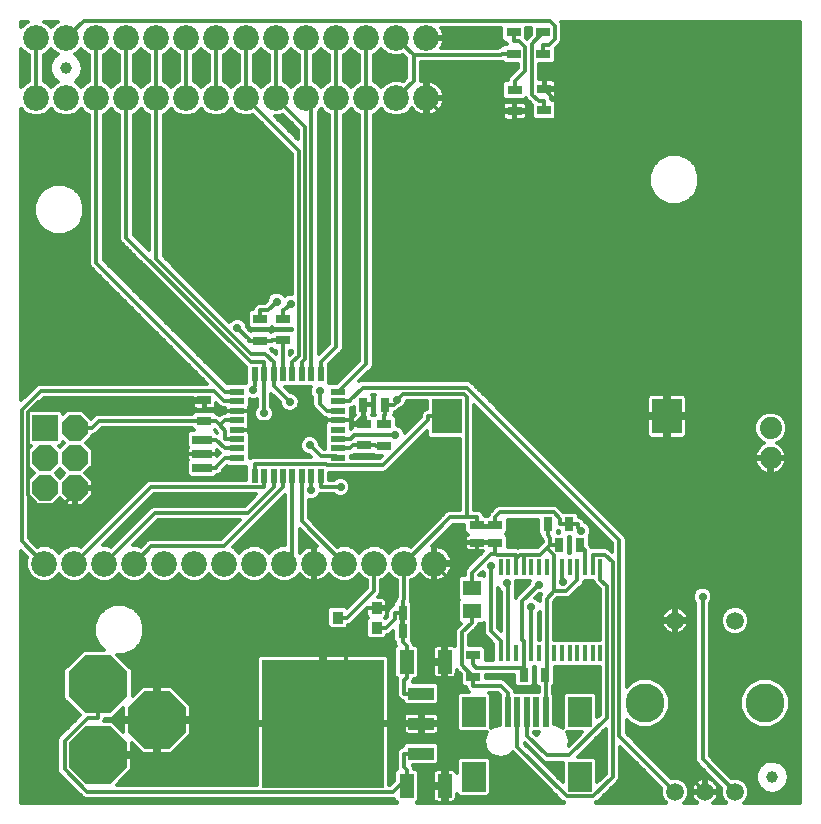
<source format=gtl>
G75*
G70*
%OFA0B0*%
%FSLAX24Y24*%
%IPPOS*%
%LPD*%
%AMOC8*
5,1,8,0,0,1.08239X$1,22.5*
%
%ADD10R,0.0500X0.0220*%
%ADD11R,0.0220X0.0500*%
%ADD12R,0.0472X0.0315*%
%ADD13R,0.0669X0.0276*%
%ADD14R,0.0315X0.0472*%
%ADD15C,0.0591*%
%ADD16C,0.1299*%
%ADD17R,0.0860X0.0860*%
%ADD18OC8,0.0860*%
%ADD19C,0.0860*%
%ADD20C,0.0740*%
%ADD21R,0.0197X0.0984*%
%ADD22R,0.0787X0.0984*%
%ADD23R,0.0137X0.0550*%
%ADD24R,0.0984X0.1181*%
%ADD25R,0.0354X0.0394*%
%ADD26R,0.0354X0.0433*%
%ADD27C,0.0160*%
%ADD28R,0.0500X0.0250*%
%ADD29R,0.0850X0.0420*%
%ADD30R,0.4098X0.4252*%
%ADD31R,0.0472X0.0787*%
%ADD32R,0.0250X0.0500*%
%ADD33C,0.0394*%
%ADD34OC8,0.1950*%
%ADD35R,0.0591X0.0512*%
%ADD36C,0.0120*%
%ADD37C,0.0290*%
D10*
X011725Y020302D03*
X011725Y020617D03*
X011725Y020932D03*
X011725Y021247D03*
X011725Y021562D03*
X011725Y021877D03*
X011725Y022192D03*
X011725Y022507D03*
X015105Y022507D03*
X015105Y022192D03*
X015105Y021877D03*
X015105Y021562D03*
X015105Y021247D03*
X015105Y020932D03*
X015105Y020617D03*
X015105Y020302D03*
D11*
X014518Y019715D03*
X014203Y019715D03*
X013888Y019715D03*
X013573Y019715D03*
X013258Y019715D03*
X012943Y019715D03*
X012628Y019715D03*
X012313Y019715D03*
X012313Y023095D03*
X012628Y023095D03*
X012943Y023095D03*
X013258Y023095D03*
X013573Y023095D03*
X013888Y023095D03*
X014203Y023095D03*
X014518Y023095D03*
D12*
X013252Y024216D03*
X013252Y024925D03*
X012500Y024922D03*
X012500Y024213D03*
X010641Y022233D03*
X010641Y021524D03*
X015961Y021433D03*
X016641Y021423D03*
X016641Y020714D03*
X015961Y020724D03*
X019602Y013716D03*
X019602Y013007D03*
X020984Y031863D03*
X020984Y032572D03*
X021972Y032600D03*
X021972Y031891D03*
X021941Y033777D03*
X021941Y034486D03*
X020942Y034485D03*
X020942Y033776D03*
D13*
X010565Y020908D03*
X010565Y020436D03*
X010565Y019963D03*
D14*
X015937Y022069D03*
X016646Y022069D03*
X022080Y018095D03*
X022453Y017397D03*
X022789Y018095D03*
X023162Y017397D03*
X021996Y013079D03*
X021287Y013079D03*
D15*
X026327Y014881D03*
X028327Y014881D03*
X028327Y009173D03*
X027327Y009173D03*
X026327Y009173D03*
D16*
X025327Y012125D03*
X029327Y012125D03*
D17*
X005321Y021299D03*
D18*
X005321Y020299D03*
X006321Y020299D03*
X006321Y021299D03*
X006321Y019299D03*
X005321Y019299D03*
D19*
X005301Y016779D03*
X006301Y016779D03*
X007301Y016779D03*
X008301Y016779D03*
X009301Y016779D03*
X010301Y016779D03*
X011301Y016779D03*
X012301Y016779D03*
X013301Y016779D03*
X014301Y016779D03*
X015301Y016779D03*
X016301Y016779D03*
X017301Y016779D03*
X018301Y016779D03*
X018041Y032293D03*
X017041Y032293D03*
X016041Y032293D03*
X015041Y032293D03*
X014041Y032293D03*
X013041Y032293D03*
X012041Y032293D03*
X011041Y032293D03*
X010041Y032293D03*
X009041Y032293D03*
X008041Y032293D03*
X007041Y032293D03*
X006041Y032293D03*
X005041Y032293D03*
X005041Y034293D03*
X006041Y034293D03*
X007041Y034293D03*
X008041Y034293D03*
X009041Y034293D03*
X010041Y034293D03*
X011041Y034293D03*
X012041Y034293D03*
X013041Y034293D03*
X014041Y034293D03*
X015041Y034293D03*
X016041Y034293D03*
X017041Y034293D03*
X018041Y034293D03*
D20*
X029513Y021297D03*
X029513Y020297D03*
D21*
X022017Y011837D03*
X021702Y011837D03*
X021387Y011837D03*
X021072Y011837D03*
X020758Y011837D03*
D22*
X019616Y011837D03*
X019616Y009671D03*
X023159Y009671D03*
X023159Y011837D03*
D23*
X023073Y013783D03*
X022817Y013783D03*
X022561Y013783D03*
X022305Y013783D03*
X022049Y013783D03*
X021794Y013783D03*
X021538Y013783D03*
X021282Y013783D03*
X021026Y013783D03*
X020770Y013783D03*
X020514Y013783D03*
X020514Y016662D03*
X020770Y016662D03*
X021026Y016662D03*
X021282Y016662D03*
X021538Y016662D03*
X021794Y016662D03*
X022049Y016662D03*
X022305Y016662D03*
X022561Y016662D03*
X022817Y016662D03*
X023073Y016662D03*
X023329Y016662D03*
X023585Y016662D03*
X023841Y016662D03*
X023841Y013783D03*
X023585Y013783D03*
X023329Y013783D03*
D24*
X026057Y021693D03*
X018734Y021693D03*
D25*
X016377Y015299D03*
X016377Y014630D03*
D26*
X015078Y014965D03*
D27*
X017235Y015153D02*
X017235Y014583D01*
X019780Y017491D02*
X020350Y017491D01*
X020297Y018043D02*
X019727Y018043D01*
D28*
X019737Y018053D03*
X019740Y017481D03*
X020340Y017481D03*
X020337Y018053D03*
D29*
X017867Y012445D03*
X017867Y011445D03*
X017867Y010445D03*
D30*
X014587Y011445D03*
D31*
X017386Y013505D03*
X018645Y013505D03*
X018650Y009369D03*
X017391Y009369D03*
D32*
X017245Y014543D03*
X017245Y015143D03*
D33*
X029561Y009659D03*
X006041Y033289D03*
D34*
X007091Y012749D03*
X009061Y011569D03*
X007091Y010389D03*
D35*
X019551Y015205D03*
X019551Y015953D03*
D36*
X004537Y017203D02*
X004537Y008813D01*
X017062Y008813D01*
X016974Y008900D01*
X016974Y008930D01*
X016972Y008929D01*
X006685Y008929D01*
X006596Y008966D01*
X005840Y009722D01*
X005773Y009789D01*
X005736Y009878D01*
X005736Y010913D01*
X005773Y011001D01*
X006489Y011717D01*
X005936Y012270D01*
X005936Y013227D01*
X006613Y013904D01*
X007289Y013904D01*
X007089Y014103D01*
X006962Y014411D01*
X006962Y014746D01*
X007089Y015054D01*
X007326Y015291D01*
X007634Y015418D01*
X007969Y015418D01*
X008277Y015291D01*
X008514Y015054D01*
X008641Y014746D01*
X008641Y014411D01*
X008514Y014103D01*
X008277Y013866D01*
X007969Y013739D01*
X007735Y013739D01*
X008246Y013227D01*
X008246Y012359D01*
X008591Y012704D01*
X009001Y012704D01*
X009001Y011629D01*
X009121Y011629D01*
X009121Y012704D01*
X009532Y012704D01*
X010196Y012039D01*
X010196Y011629D01*
X009121Y011629D01*
X009121Y011509D01*
X009121Y010434D01*
X009532Y010434D01*
X010196Y011098D01*
X010196Y011509D01*
X009121Y011509D01*
X009001Y011509D01*
X007926Y011509D01*
X007926Y011159D01*
X007562Y011524D01*
X007306Y011524D01*
X007331Y011586D01*
X007331Y011594D01*
X007570Y011594D01*
X007926Y011950D01*
X007926Y011629D01*
X009001Y011629D01*
X009001Y011509D01*
X009001Y010434D01*
X008591Y010434D01*
X008226Y010798D01*
X008226Y010449D01*
X007151Y010449D01*
X007151Y010329D01*
X008226Y010329D01*
X008226Y009918D01*
X007717Y009409D01*
X012378Y009409D01*
X012378Y011385D01*
X014527Y011385D01*
X014527Y011505D01*
X014527Y013730D01*
X012517Y013730D01*
X012476Y013720D01*
X012440Y013699D01*
X012410Y013669D01*
X012389Y013632D01*
X012378Y013592D01*
X012378Y011505D01*
X014527Y011505D01*
X014647Y011505D01*
X014647Y013730D01*
X016658Y013730D01*
X016698Y013720D01*
X016735Y013699D01*
X016765Y013669D01*
X016786Y013632D01*
X016797Y013592D01*
X016797Y011505D01*
X014647Y011505D01*
X014647Y011385D01*
X016797Y011385D01*
X016797Y009409D01*
X016825Y009409D01*
X016974Y009559D01*
X016974Y009837D01*
X017068Y009930D01*
X017062Y009943D01*
X017062Y010492D01*
X017099Y010580D01*
X017166Y010648D01*
X017255Y010685D01*
X017262Y010685D01*
X017262Y010729D01*
X017368Y010835D01*
X018367Y010835D01*
X018472Y010729D01*
X018472Y010160D01*
X018367Y010055D01*
X017578Y010055D01*
X017594Y010038D01*
X017631Y009950D01*
X017631Y009942D01*
X017701Y009942D01*
X017807Y009837D01*
X017807Y008900D01*
X017719Y008813D01*
X022617Y008813D01*
X022574Y008830D01*
X022507Y008898D01*
X020916Y010489D01*
X020796Y010370D01*
X020796Y010370D01*
X020517Y010295D01*
X020517Y010295D01*
X020239Y010370D01*
X020239Y010370D01*
X020035Y010574D01*
X020035Y010574D01*
X019960Y010853D01*
X019960Y010853D01*
X020035Y011131D01*
X020035Y011131D01*
X020068Y011165D01*
X019148Y011165D01*
X019042Y011270D01*
X019042Y012403D01*
X019148Y012509D01*
X019463Y012509D01*
X019399Y012574D01*
X019362Y012662D01*
X019362Y012670D01*
X019291Y012670D01*
X019186Y012775D01*
X019186Y013084D01*
X019090Y013180D01*
X019042Y013228D01*
X019042Y013090D01*
X019031Y013049D01*
X019010Y013013D01*
X018980Y012983D01*
X018943Y012962D01*
X018903Y012951D01*
X018704Y012951D01*
X018704Y013446D01*
X018587Y013446D01*
X018587Y012951D01*
X018388Y012951D01*
X018347Y012962D01*
X018311Y012983D01*
X018281Y013013D01*
X018260Y013049D01*
X018249Y013090D01*
X018249Y013446D01*
X018587Y013446D01*
X018587Y013563D01*
X018587Y014058D01*
X018388Y014058D01*
X018347Y014047D01*
X018311Y014026D01*
X018281Y013996D01*
X018260Y013960D01*
X018249Y013919D01*
X018249Y013563D01*
X018587Y013563D01*
X018704Y013563D01*
X018704Y014058D01*
X018903Y014058D01*
X018943Y014047D01*
X018980Y014026D01*
X018986Y014020D01*
X018986Y014531D01*
X019022Y014619D01*
X019177Y014773D01*
X019076Y014874D01*
X019076Y015535D01*
X019120Y015579D01*
X019076Y015622D01*
X019076Y016283D01*
X019182Y016388D01*
X019311Y016388D01*
X019311Y016526D01*
X019348Y016614D01*
X019416Y016682D01*
X019930Y017196D01*
X019743Y017196D01*
X019743Y017231D01*
X019738Y017231D01*
X019738Y017196D01*
X019469Y017196D01*
X019429Y017206D01*
X019392Y017228D01*
X019362Y017257D01*
X019341Y017294D01*
X019330Y017334D01*
X019330Y017478D01*
X019520Y017478D01*
X019520Y017483D01*
X019330Y017483D01*
X019330Y017627D01*
X019341Y017667D01*
X019362Y017704D01*
X019392Y017734D01*
X019416Y017748D01*
X019413Y017748D01*
X019307Y017853D01*
X019307Y018078D01*
X018940Y018078D01*
X018226Y017364D01*
X018255Y017369D01*
X018261Y017369D01*
X018261Y016819D01*
X018341Y016819D01*
X018341Y017369D01*
X018348Y017369D01*
X018440Y017354D01*
X018528Y017325D01*
X018611Y017283D01*
X018686Y017229D01*
X018751Y017163D01*
X018806Y017088D01*
X018848Y017005D01*
X018877Y016917D01*
X018891Y016825D01*
X018891Y016819D01*
X018341Y016819D01*
X018341Y016739D01*
X018891Y016739D01*
X018891Y016732D01*
X018877Y016640D01*
X018848Y016552D01*
X018806Y016469D01*
X018751Y016394D01*
X018686Y016328D01*
X018611Y016274D01*
X018528Y016232D01*
X018440Y016203D01*
X018348Y016189D01*
X018341Y016189D01*
X018341Y016739D01*
X018261Y016739D01*
X018261Y016189D01*
X018255Y016189D01*
X018163Y016203D01*
X018075Y016232D01*
X017992Y016274D01*
X017917Y016328D01*
X017851Y016394D01*
X017820Y016437D01*
X017819Y016433D01*
X017647Y016261D01*
X017541Y016218D01*
X017541Y015541D01*
X017523Y015495D01*
X017550Y015467D01*
X017550Y014218D01*
X017548Y014215D01*
X017589Y014174D01*
X017626Y014086D01*
X017626Y014078D01*
X017696Y014078D01*
X017802Y013973D01*
X017802Y013036D01*
X017696Y012931D01*
X017626Y012931D01*
X017626Y012923D01*
X017589Y012835D01*
X017589Y012835D01*
X018367Y012835D01*
X018472Y012729D01*
X018472Y012160D01*
X018367Y012055D01*
X017368Y012055D01*
X017262Y012160D01*
X017262Y012205D01*
X017255Y012205D01*
X017166Y012241D01*
X017099Y012309D01*
X017062Y012397D01*
X017062Y012935D01*
X017065Y012941D01*
X016969Y013036D01*
X016969Y013973D01*
X017034Y014037D01*
X017005Y014105D01*
X017005Y014153D01*
X016940Y014218D01*
X016940Y014537D01*
X016830Y014426D01*
X016742Y014390D01*
X016734Y014390D01*
X016734Y014358D01*
X016629Y014253D01*
X016125Y014253D01*
X016020Y014358D01*
X016020Y014901D01*
X016097Y014979D01*
X016072Y015004D01*
X016051Y015041D01*
X016040Y015081D01*
X016040Y015270D01*
X015531Y014761D01*
X015443Y014725D01*
X015435Y014725D01*
X015435Y014673D01*
X015330Y014568D01*
X014826Y014568D01*
X014721Y014673D01*
X014721Y015256D01*
X014826Y015361D01*
X015330Y015361D01*
X015391Y015300D01*
X016061Y015970D01*
X016061Y016218D01*
X015956Y016261D01*
X015801Y016416D01*
X015647Y016261D01*
X015423Y016169D01*
X015180Y016169D01*
X014956Y016261D01*
X014784Y016433D01*
X014783Y016437D01*
X014751Y016394D01*
X014686Y016328D01*
X014611Y016274D01*
X014528Y016232D01*
X014440Y016203D01*
X014348Y016189D01*
X014341Y016189D01*
X014341Y016739D01*
X014261Y016739D01*
X014261Y016189D01*
X014255Y016189D01*
X014163Y016203D01*
X014075Y016232D01*
X013992Y016274D01*
X013917Y016328D01*
X013851Y016394D01*
X013820Y016437D01*
X013819Y016433D01*
X013647Y016261D01*
X013423Y016169D01*
X013180Y016169D01*
X012956Y016261D01*
X012801Y016416D01*
X012647Y016261D01*
X012423Y016169D01*
X012180Y016169D01*
X011956Y016261D01*
X011801Y016416D01*
X011647Y016261D01*
X011423Y016169D01*
X011180Y016169D01*
X010956Y016261D01*
X010801Y016416D01*
X010647Y016261D01*
X010423Y016169D01*
X010180Y016169D01*
X009956Y016261D01*
X009801Y016416D01*
X009647Y016261D01*
X009423Y016169D01*
X009180Y016169D01*
X008956Y016261D01*
X008801Y016416D01*
X008647Y016261D01*
X008423Y016169D01*
X008180Y016169D01*
X007956Y016261D01*
X007801Y016416D01*
X007647Y016261D01*
X007423Y016169D01*
X007180Y016169D01*
X006956Y016261D01*
X006801Y016416D01*
X006647Y016261D01*
X006423Y016169D01*
X006180Y016169D01*
X005956Y016261D01*
X005801Y016416D01*
X005647Y016261D01*
X005423Y016169D01*
X005180Y016169D01*
X004956Y016261D01*
X004784Y016433D01*
X004691Y016657D01*
X004691Y016900D01*
X004735Y017005D01*
X004537Y017203D01*
X004537Y017111D02*
X004630Y017111D01*
X004537Y016992D02*
X004730Y016992D01*
X004691Y016874D02*
X004537Y016874D01*
X004537Y016755D02*
X004691Y016755D01*
X004700Y016637D02*
X004537Y016637D01*
X004537Y016518D02*
X004749Y016518D01*
X004818Y016400D02*
X004537Y016400D01*
X004537Y016281D02*
X004936Y016281D01*
X004537Y016163D02*
X016061Y016163D01*
X016061Y016044D02*
X004537Y016044D01*
X004537Y015926D02*
X016017Y015926D01*
X015898Y015807D02*
X004537Y015807D01*
X004537Y015689D02*
X015780Y015689D01*
X015661Y015570D02*
X004537Y015570D01*
X004537Y015452D02*
X015543Y015452D01*
X015424Y015333D02*
X015358Y015333D01*
X015395Y014965D02*
X016301Y015871D01*
X016301Y016779D01*
X016081Y017348D02*
X015522Y017348D01*
X015423Y017389D02*
X015647Y017296D01*
X015801Y017141D01*
X015956Y017296D01*
X016180Y017389D01*
X016423Y017389D01*
X016647Y017296D01*
X016801Y017141D01*
X016956Y017296D01*
X017180Y017389D01*
X017423Y017389D01*
X017528Y017345D01*
X018705Y018521D01*
X018793Y018558D01*
X019144Y018558D01*
X019144Y020922D01*
X018167Y020922D01*
X018062Y021027D01*
X018062Y021197D01*
X016714Y019849D01*
X016625Y019812D01*
X014808Y019812D01*
X014808Y019564D01*
X014948Y019564D01*
X014996Y019612D01*
X015115Y019662D01*
X015245Y019662D01*
X015364Y019612D01*
X015455Y019521D01*
X015505Y019401D01*
X015505Y019272D01*
X015455Y019153D01*
X015364Y019061D01*
X015245Y019012D01*
X015115Y019012D01*
X014996Y019061D01*
X014973Y019084D01*
X014492Y019084D01*
X014478Y019051D01*
X014387Y018959D01*
X014268Y018910D01*
X014138Y018910D01*
X014128Y018914D01*
X014128Y018291D01*
X015075Y017345D01*
X015180Y017389D01*
X015423Y017389D01*
X015714Y017229D02*
X015889Y017229D01*
X016522Y017348D02*
X017081Y017348D01*
X016889Y017229D02*
X016714Y017229D01*
X017301Y016779D02*
X017301Y015589D01*
X017245Y015533D01*
X017245Y015143D01*
X016980Y015143D01*
X016980Y014916D01*
X016694Y014630D01*
X016377Y014630D01*
X016020Y014622D02*
X015384Y014622D01*
X015369Y014608D02*
X014843Y014608D01*
X014301Y015149D01*
X014301Y016779D01*
X014261Y016819D02*
X014261Y017369D01*
X014255Y017369D01*
X014163Y017354D01*
X014075Y017325D01*
X013992Y017283D01*
X013917Y017229D01*
X013851Y017163D01*
X013820Y017120D01*
X013819Y017124D01*
X013813Y017130D01*
X013813Y017928D01*
X014377Y017364D01*
X014348Y017369D01*
X014341Y017369D01*
X014341Y016819D01*
X014261Y016819D01*
X014261Y016874D02*
X014341Y016874D01*
X014341Y016992D02*
X014261Y016992D01*
X014261Y017111D02*
X014341Y017111D01*
X014341Y017229D02*
X014261Y017229D01*
X014261Y017348D02*
X014341Y017348D01*
X014275Y017466D02*
X013813Y017466D01*
X013813Y017348D02*
X014143Y017348D01*
X014156Y017585D02*
X013813Y017585D01*
X013813Y017703D02*
X014038Y017703D01*
X013919Y017822D02*
X013813Y017822D01*
X013888Y018192D02*
X013888Y019715D01*
X014203Y019715D02*
X014203Y019324D01*
X014203Y019235D01*
X014434Y019007D02*
X019144Y019007D01*
X019144Y019125D02*
X015428Y019125D01*
X015493Y019244D02*
X019144Y019244D01*
X019144Y019362D02*
X015505Y019362D01*
X015472Y019481D02*
X019144Y019481D01*
X019144Y019599D02*
X015377Y019599D01*
X015180Y019337D02*
X015168Y019324D01*
X014518Y019324D01*
X014518Y019715D01*
X014808Y019718D02*
X019144Y019718D01*
X019144Y019836D02*
X016683Y019836D01*
X016820Y019955D02*
X019144Y019955D01*
X019144Y020073D02*
X016938Y020073D01*
X017057Y020192D02*
X019144Y020192D01*
X019144Y020310D02*
X017175Y020310D01*
X017294Y020429D02*
X019144Y020429D01*
X019144Y020547D02*
X017412Y020547D01*
X017531Y020666D02*
X019144Y020666D01*
X019144Y020784D02*
X017649Y020784D01*
X017768Y020903D02*
X019144Y020903D01*
X019624Y020903D02*
X020789Y020903D01*
X020670Y021021D02*
X019624Y021021D01*
X019624Y021140D02*
X020552Y021140D01*
X020433Y021258D02*
X019624Y021258D01*
X019624Y021377D02*
X020315Y021377D01*
X020196Y021495D02*
X019624Y021495D01*
X019624Y021614D02*
X020078Y021614D01*
X019959Y021732D02*
X019624Y021732D01*
X019624Y021851D02*
X019841Y021851D01*
X019722Y021969D02*
X019624Y021969D01*
X019624Y022067D02*
X024230Y017461D01*
X024230Y017178D01*
X024194Y017213D01*
X024127Y017280D01*
X024039Y017317D01*
X023633Y017317D01*
X023552Y017317D01*
X023532Y017365D01*
X023499Y017398D01*
X023499Y017707D01*
X023477Y017730D01*
X023510Y017812D01*
X023510Y017941D01*
X023461Y018060D01*
X023369Y018152D01*
X023313Y018176D01*
X023290Y018230D01*
X023222Y018298D01*
X023134Y018335D01*
X023126Y018335D01*
X023126Y018405D01*
X023021Y018511D01*
X022600Y018511D01*
X022425Y018686D01*
X022337Y018722D01*
X020455Y018722D01*
X020366Y018686D01*
X020299Y018618D01*
X020202Y018521D01*
X020201Y018521D01*
X020134Y018454D01*
X020097Y018365D01*
X020097Y018358D01*
X019977Y018358D01*
X019977Y018365D01*
X019941Y018454D01*
X019873Y018521D01*
X019785Y018558D01*
X019624Y018558D01*
X019624Y022067D01*
X019384Y022337D02*
X019384Y018318D01*
X019737Y018318D01*
X019737Y018053D01*
X019957Y018414D02*
X020118Y018414D01*
X020213Y018533D02*
X019846Y018533D01*
X019624Y018651D02*
X020332Y018651D01*
X020299Y018618D02*
X020299Y018618D01*
X020502Y018482D02*
X022289Y018482D01*
X022491Y018280D01*
X022491Y018095D01*
X022789Y018095D01*
X023086Y018095D01*
X023086Y017975D01*
X023185Y017876D01*
X023312Y018177D02*
X023514Y018177D01*
X023462Y018059D02*
X023633Y018059D01*
X023751Y017940D02*
X023510Y017940D01*
X023510Y017822D02*
X023870Y017822D01*
X023988Y017703D02*
X023499Y017703D01*
X023499Y017585D02*
X024107Y017585D01*
X024225Y017466D02*
X023499Y017466D01*
X023540Y017348D02*
X024230Y017348D01*
X024230Y017229D02*
X024178Y017229D01*
X024194Y017213D02*
X024194Y017213D01*
X023991Y017077D02*
X023585Y017077D01*
X023585Y016662D01*
X023841Y016662D02*
X023841Y016247D01*
X024049Y016038D01*
X024049Y011633D01*
X022801Y010385D01*
X022049Y010385D01*
X021387Y011047D01*
X021387Y011837D01*
X021072Y011837D02*
X021072Y010672D01*
X022710Y009034D01*
X023607Y009034D01*
X024249Y009677D01*
X024249Y016818D01*
X023991Y017077D01*
X024470Y017561D02*
X019383Y022647D01*
X015912Y022647D01*
X015496Y022231D01*
X015496Y022192D01*
X015105Y022192D01*
X015105Y022507D02*
X016041Y023443D01*
X016041Y032293D01*
X016041Y034293D01*
X015801Y033732D02*
X015696Y033775D01*
X015541Y033930D01*
X015387Y033775D01*
X015281Y033732D01*
X015281Y032853D01*
X015387Y032810D01*
X015541Y032655D01*
X015696Y032810D01*
X015801Y032853D01*
X015801Y033732D01*
X015801Y033701D02*
X015281Y033701D01*
X015281Y033582D02*
X015801Y033582D01*
X015801Y033464D02*
X015281Y033464D01*
X015281Y033345D02*
X015801Y033345D01*
X015801Y033227D02*
X015281Y033227D01*
X015281Y033108D02*
X015801Y033108D01*
X015801Y032990D02*
X015281Y032990D01*
X015281Y032871D02*
X015801Y032871D01*
X015639Y032753D02*
X015444Y032753D01*
X015041Y032293D02*
X015041Y034293D01*
X014801Y033732D02*
X014801Y032853D01*
X014696Y032810D01*
X014541Y032655D01*
X014387Y032810D01*
X014281Y032853D01*
X014281Y033732D01*
X014387Y033775D01*
X014541Y033930D01*
X014696Y033775D01*
X014801Y033732D01*
X014801Y033701D02*
X014281Y033701D01*
X014281Y033582D02*
X014801Y033582D01*
X014801Y033464D02*
X014281Y033464D01*
X014281Y033345D02*
X014801Y033345D01*
X014801Y033227D02*
X014281Y033227D01*
X014281Y033108D02*
X014801Y033108D01*
X014801Y032990D02*
X014281Y032990D01*
X014281Y032871D02*
X014801Y032871D01*
X014639Y032753D02*
X014444Y032753D01*
X014041Y032293D02*
X014203Y032131D01*
X014203Y023485D01*
X014203Y023095D01*
X014518Y023095D02*
X014518Y023485D01*
X015041Y024008D01*
X015041Y032293D01*
X014801Y031732D02*
X014801Y024108D01*
X014443Y023749D01*
X014443Y031831D01*
X014541Y031930D01*
X014696Y031775D01*
X014801Y031732D01*
X014801Y031686D02*
X014443Y031686D01*
X014443Y031568D02*
X014801Y031568D01*
X014801Y031449D02*
X014443Y031449D01*
X014443Y031331D02*
X014801Y031331D01*
X014801Y031212D02*
X014443Y031212D01*
X014443Y031094D02*
X014801Y031094D01*
X014801Y030975D02*
X014443Y030975D01*
X014443Y030857D02*
X014801Y030857D01*
X014801Y030738D02*
X014443Y030738D01*
X014443Y030620D02*
X014801Y030620D01*
X014801Y030501D02*
X014443Y030501D01*
X014443Y030383D02*
X014801Y030383D01*
X014801Y030264D02*
X014443Y030264D01*
X014443Y030146D02*
X014801Y030146D01*
X014801Y030027D02*
X014443Y030027D01*
X014443Y029909D02*
X014801Y029909D01*
X014801Y029790D02*
X014443Y029790D01*
X014443Y029672D02*
X014801Y029672D01*
X014801Y029553D02*
X014443Y029553D01*
X014443Y029435D02*
X014801Y029435D01*
X014801Y029316D02*
X014443Y029316D01*
X014443Y029198D02*
X014801Y029198D01*
X014801Y029079D02*
X014443Y029079D01*
X014443Y028961D02*
X014801Y028961D01*
X014801Y028842D02*
X014443Y028842D01*
X014443Y028724D02*
X014801Y028724D01*
X014801Y028605D02*
X014443Y028605D01*
X014443Y028487D02*
X014801Y028487D01*
X014801Y028368D02*
X014443Y028368D01*
X014443Y028250D02*
X014801Y028250D01*
X014801Y028131D02*
X014443Y028131D01*
X014443Y028013D02*
X014801Y028013D01*
X014801Y027894D02*
X014443Y027894D01*
X014443Y027776D02*
X014801Y027776D01*
X014801Y027657D02*
X014443Y027657D01*
X014443Y027539D02*
X014801Y027539D01*
X014801Y027420D02*
X014443Y027420D01*
X014443Y027302D02*
X014801Y027302D01*
X014801Y027183D02*
X014443Y027183D01*
X014443Y027065D02*
X014801Y027065D01*
X014801Y026946D02*
X014443Y026946D01*
X014443Y026828D02*
X014801Y026828D01*
X014801Y026709D02*
X014443Y026709D01*
X014443Y026591D02*
X014801Y026591D01*
X014801Y026472D02*
X014443Y026472D01*
X014443Y026354D02*
X014801Y026354D01*
X014801Y026235D02*
X014443Y026235D01*
X014443Y026117D02*
X014801Y026117D01*
X014801Y025998D02*
X014443Y025998D01*
X014443Y025880D02*
X014801Y025880D01*
X014801Y025761D02*
X014443Y025761D01*
X014443Y025643D02*
X014801Y025643D01*
X014801Y025524D02*
X014443Y025524D01*
X014443Y025406D02*
X014801Y025406D01*
X014801Y025287D02*
X014443Y025287D01*
X014443Y025169D02*
X014801Y025169D01*
X014801Y025050D02*
X014443Y025050D01*
X014443Y024932D02*
X014801Y024932D01*
X014801Y024813D02*
X014443Y024813D01*
X014443Y024695D02*
X014801Y024695D01*
X014801Y024576D02*
X014443Y024576D01*
X014443Y024458D02*
X014801Y024458D01*
X014801Y024339D02*
X014443Y024339D01*
X014443Y024221D02*
X014801Y024221D01*
X014796Y024102D02*
X014443Y024102D01*
X014443Y023984D02*
X014677Y023984D01*
X014559Y023865D02*
X014443Y023865D01*
X013994Y023591D02*
X013994Y031340D01*
X013041Y032293D01*
X013041Y034293D01*
X012801Y033732D02*
X012801Y032853D01*
X012696Y032810D01*
X012541Y032655D01*
X012387Y032810D01*
X012281Y032853D01*
X012281Y033732D01*
X012387Y033775D01*
X012541Y033930D01*
X012696Y033775D01*
X012801Y033732D01*
X012801Y033701D02*
X012281Y033701D01*
X012281Y033582D02*
X012801Y033582D01*
X012801Y033464D02*
X012281Y033464D01*
X012281Y033345D02*
X012801Y033345D01*
X012801Y033227D02*
X012281Y033227D01*
X012281Y033108D02*
X012801Y033108D01*
X012801Y032990D02*
X012281Y032990D01*
X012281Y032871D02*
X012801Y032871D01*
X012639Y032753D02*
X012444Y032753D01*
X011801Y032853D02*
X011696Y032810D01*
X011541Y032655D01*
X011387Y032810D01*
X011281Y032853D01*
X011281Y033732D01*
X011387Y033775D01*
X011541Y033930D01*
X011696Y033775D01*
X011801Y033732D01*
X011801Y032853D01*
X011801Y032871D02*
X011281Y032871D01*
X011281Y032990D02*
X011801Y032990D01*
X011801Y033108D02*
X011281Y033108D01*
X011281Y033227D02*
X011801Y033227D01*
X011801Y033345D02*
X011281Y033345D01*
X011281Y033464D02*
X011801Y033464D01*
X011801Y033582D02*
X011281Y033582D01*
X011281Y033701D02*
X011801Y033701D01*
X011652Y033819D02*
X011431Y033819D01*
X011041Y034293D02*
X011041Y032293D01*
X010667Y031805D02*
X010416Y031805D01*
X010387Y031775D02*
X010541Y031930D01*
X010696Y031775D01*
X010920Y031683D01*
X011163Y031683D01*
X011387Y031775D01*
X011541Y031930D01*
X011696Y031775D01*
X011920Y031683D01*
X012163Y031683D01*
X012268Y031726D01*
X013554Y030440D01*
X013554Y025771D01*
X013444Y025771D01*
X013325Y025721D01*
X013313Y025710D01*
X013234Y025789D01*
X013114Y025839D01*
X012985Y025839D01*
X012866Y025789D01*
X012774Y025698D01*
X012725Y025578D01*
X012725Y025528D01*
X012656Y025459D01*
X012453Y025459D01*
X012365Y025423D01*
X012297Y025355D01*
X012260Y025267D01*
X012260Y025259D01*
X012190Y025259D01*
X012084Y025154D01*
X012084Y024690D01*
X012190Y024584D01*
X012811Y024584D01*
X012878Y024651D01*
X012942Y024587D01*
X013554Y024587D01*
X013554Y024554D01*
X012942Y024554D01*
X012875Y024487D01*
X012811Y024551D01*
X012190Y024551D01*
X012176Y024537D01*
X012059Y024653D01*
X012059Y024704D01*
X012010Y024823D01*
X011918Y024914D01*
X011799Y024964D01*
X011670Y024964D01*
X011550Y024914D01*
X011473Y024837D01*
X009281Y027028D01*
X009281Y031732D01*
X009387Y031775D01*
X009541Y031930D01*
X009696Y031775D01*
X009920Y031683D01*
X010163Y031683D01*
X010387Y031775D01*
X010535Y031923D02*
X010548Y031923D01*
X010912Y031686D02*
X010171Y031686D01*
X009912Y031686D02*
X009281Y031686D01*
X009281Y031568D02*
X012427Y031568D01*
X012308Y031686D02*
X012171Y031686D01*
X011912Y031686D02*
X011171Y031686D01*
X011416Y031805D02*
X011667Y031805D01*
X011548Y031923D02*
X011535Y031923D01*
X012041Y032293D02*
X012041Y034293D01*
X012431Y033819D02*
X012652Y033819D01*
X013281Y033732D02*
X013281Y032853D01*
X013387Y032810D01*
X013541Y032655D01*
X013696Y032810D01*
X013801Y032853D01*
X013801Y033732D01*
X013696Y033775D01*
X013541Y033930D01*
X013387Y033775D01*
X013281Y033732D01*
X013281Y033701D02*
X013801Y033701D01*
X013801Y033582D02*
X013281Y033582D01*
X013281Y033464D02*
X013801Y033464D01*
X013801Y033345D02*
X013281Y033345D01*
X013281Y033227D02*
X013801Y033227D01*
X013801Y033108D02*
X013281Y033108D01*
X013281Y032990D02*
X013801Y032990D01*
X013801Y032871D02*
X013281Y032871D01*
X013444Y032753D02*
X013639Y032753D01*
X014041Y032293D02*
X014041Y034293D01*
X013652Y033819D02*
X013431Y033819D01*
X014431Y033819D02*
X014652Y033819D01*
X015431Y033819D02*
X015652Y033819D01*
X016281Y033732D02*
X016281Y032853D01*
X016387Y032810D01*
X016541Y032655D01*
X016696Y032810D01*
X016920Y032903D01*
X017163Y032903D01*
X017268Y032859D01*
X017371Y032962D01*
X017371Y033623D01*
X017268Y033726D01*
X017163Y033683D01*
X016920Y033683D01*
X016696Y033775D01*
X016541Y033930D01*
X016387Y033775D01*
X016281Y033732D01*
X016281Y033701D02*
X016877Y033701D01*
X016652Y033819D02*
X016431Y033819D01*
X016281Y033582D02*
X017371Y033582D01*
X017371Y033464D02*
X016281Y033464D01*
X016281Y033345D02*
X017371Y033345D01*
X017371Y033227D02*
X016281Y033227D01*
X016281Y033108D02*
X017371Y033108D01*
X017371Y032990D02*
X016281Y032990D01*
X016281Y032871D02*
X016844Y032871D01*
X016639Y032753D02*
X016444Y032753D01*
X017041Y032293D02*
X017611Y032863D01*
X017611Y033722D01*
X017041Y034293D01*
X017206Y033701D02*
X017294Y033701D01*
X017611Y033722D02*
X020512Y033722D01*
X020566Y033776D01*
X020942Y033776D01*
X021079Y033439D02*
X020632Y033439D01*
X020580Y033491D01*
X020560Y033482D01*
X017851Y033482D01*
X017851Y032851D01*
X017903Y032868D01*
X017995Y032883D01*
X018001Y032883D01*
X018001Y032333D01*
X018081Y032333D01*
X018081Y032883D01*
X018088Y032883D01*
X018180Y032868D01*
X018268Y032839D01*
X018351Y032797D01*
X018426Y032743D01*
X018491Y032677D01*
X018546Y032602D01*
X018588Y032519D01*
X018617Y032431D01*
X018631Y032339D01*
X018631Y032333D01*
X018081Y032333D01*
X018081Y032253D01*
X018631Y032253D01*
X018631Y032246D01*
X018617Y032154D01*
X018588Y032066D01*
X018546Y031983D01*
X018491Y031908D01*
X018426Y031843D01*
X018351Y031788D01*
X018268Y031746D01*
X018180Y031717D01*
X018088Y031703D01*
X018081Y031703D01*
X018081Y032253D01*
X018001Y032253D01*
X018001Y031703D01*
X017995Y031703D01*
X017903Y031717D01*
X017815Y031746D01*
X017732Y031788D01*
X017657Y031843D01*
X017591Y031908D01*
X017560Y031951D01*
X017559Y031947D01*
X017387Y031775D01*
X017163Y031683D01*
X016920Y031683D01*
X016696Y031775D01*
X016541Y031930D01*
X016387Y031775D01*
X016281Y031732D01*
X016281Y023395D01*
X016245Y023307D01*
X016177Y023239D01*
X015798Y022860D01*
X015864Y022887D01*
X019431Y022887D01*
X019519Y022851D01*
X019587Y022783D01*
X024673Y017697D01*
X024710Y017609D01*
X024710Y012681D01*
X024858Y012829D01*
X025162Y012955D01*
X025492Y012955D01*
X025797Y012829D01*
X026031Y012595D01*
X026157Y012290D01*
X026157Y011960D01*
X026031Y011655D01*
X025797Y011422D01*
X025492Y011296D01*
X025162Y011296D01*
X024858Y011422D01*
X024710Y011570D01*
X024710Y011130D01*
X026204Y009636D01*
X026233Y009648D01*
X026422Y009648D01*
X026597Y009575D01*
X026730Y009442D01*
X026803Y009267D01*
X026803Y009078D01*
X026730Y008903D01*
X026640Y008813D01*
X027048Y008813D01*
X027031Y008825D01*
X026980Y008876D01*
X026938Y008934D01*
X026743Y008934D01*
X026792Y009053D02*
X026888Y009053D01*
X026883Y009066D02*
X026906Y008998D01*
X026938Y008934D01*
X026883Y009066D02*
X026873Y009134D01*
X027289Y009134D01*
X027289Y009211D01*
X027289Y009627D01*
X027221Y009617D01*
X027153Y009594D01*
X027089Y009562D01*
X027031Y009520D01*
X026980Y009469D01*
X026938Y009411D01*
X026906Y009347D01*
X026883Y009279D01*
X026873Y009211D01*
X027289Y009211D01*
X027366Y009211D01*
X027782Y009211D01*
X027772Y009279D01*
X027749Y009347D01*
X027717Y009411D01*
X027675Y009469D01*
X027624Y009520D01*
X027566Y009562D01*
X027502Y009594D01*
X027434Y009617D01*
X027366Y009627D01*
X027366Y009211D01*
X027366Y009134D01*
X027782Y009134D01*
X027772Y009066D01*
X027749Y008998D01*
X027717Y008934D01*
X027912Y008934D01*
X027925Y008903D02*
X028015Y008813D01*
X027606Y008813D01*
X027624Y008825D01*
X027675Y008876D01*
X027717Y008934D01*
X027767Y009053D02*
X027863Y009053D01*
X027852Y009078D02*
X027925Y008903D01*
X028012Y008816D02*
X027611Y008816D01*
X027852Y009078D02*
X027852Y009267D01*
X027864Y009296D01*
X027112Y010048D01*
X027112Y010048D01*
X027045Y010116D01*
X027008Y010204D01*
X027008Y015455D01*
X026973Y015491D01*
X026923Y015610D01*
X026923Y015740D01*
X026973Y015859D01*
X027064Y015950D01*
X027184Y016000D01*
X027313Y016000D01*
X027433Y015950D01*
X027524Y015859D01*
X027573Y015740D01*
X027573Y015610D01*
X027524Y015491D01*
X027488Y015455D01*
X027488Y010351D01*
X028204Y009636D01*
X028233Y009648D01*
X028422Y009648D01*
X028597Y009575D01*
X028730Y009442D01*
X028803Y009267D01*
X028803Y009078D01*
X028730Y008903D01*
X028640Y008813D01*
X030477Y008813D01*
X030477Y034843D01*
X022525Y034843D01*
X022558Y034762D01*
X022558Y034217D01*
X022521Y034129D01*
X022358Y033966D01*
X022358Y033545D01*
X022252Y033440D01*
X021805Y033440D01*
X021805Y032917D01*
X021954Y032917D01*
X021954Y032619D01*
X021991Y032619D01*
X021991Y032917D01*
X022230Y032917D01*
X022270Y032906D01*
X022307Y032885D01*
X022337Y032856D01*
X022358Y032819D01*
X022369Y032778D01*
X022369Y032619D01*
X021991Y032619D01*
X021991Y032581D01*
X022369Y032581D01*
X022369Y032421D01*
X022358Y032381D01*
X022337Y032344D01*
X022307Y032314D01*
X022270Y032293D01*
X022230Y032282D01*
X022193Y032282D01*
X022212Y032236D01*
X022212Y032229D01*
X022283Y032229D01*
X022389Y032123D01*
X022389Y031659D01*
X022283Y031554D01*
X021662Y031554D01*
X021556Y031659D01*
X021556Y032080D01*
X021429Y032207D01*
X021362Y032274D01*
X021354Y032293D01*
X021295Y032234D01*
X020674Y032234D01*
X020568Y032340D01*
X020568Y032804D01*
X020674Y032909D01*
X020744Y032909D01*
X020744Y032917D01*
X020781Y033005D01*
X021079Y033303D01*
X021079Y033439D01*
X021079Y033345D02*
X017851Y033345D01*
X017851Y033227D02*
X021002Y033227D01*
X020884Y033108D02*
X017851Y033108D01*
X017851Y032990D02*
X020774Y032990D01*
X020635Y032871D02*
X018160Y032871D01*
X018081Y032871D02*
X018001Y032871D01*
X017923Y032871D02*
X017851Y032871D01*
X018001Y032753D02*
X018081Y032753D01*
X018081Y032634D02*
X018001Y032634D01*
X018001Y032516D02*
X018081Y032516D01*
X018081Y032397D02*
X018001Y032397D01*
X018041Y032293D02*
X018471Y031863D01*
X020984Y031863D01*
X020984Y031566D01*
X022359Y031566D01*
X022359Y032213D01*
X021972Y032600D01*
X021954Y032634D02*
X021991Y032634D01*
X021991Y032753D02*
X021954Y032753D01*
X021954Y032871D02*
X021991Y032871D01*
X021805Y032990D02*
X030477Y032990D01*
X030477Y033108D02*
X021805Y033108D01*
X021805Y033227D02*
X030477Y033227D01*
X030477Y033345D02*
X021805Y033345D01*
X021941Y033777D02*
X021941Y034075D01*
X022127Y034075D01*
X022318Y034265D01*
X022318Y034715D01*
X022169Y034863D01*
X006612Y034863D01*
X006041Y034293D01*
X005755Y033751D02*
X005623Y033659D01*
X005498Y033422D01*
X005498Y033155D01*
X005623Y032918D01*
X005748Y032831D01*
X005696Y032810D01*
X005541Y032655D01*
X005387Y032810D01*
X005281Y032853D01*
X005281Y033732D01*
X005387Y033775D01*
X005541Y033930D01*
X005696Y033775D01*
X005755Y033751D01*
X005682Y033701D02*
X005281Y033701D01*
X005281Y033582D02*
X005582Y033582D01*
X005623Y033659D02*
X005623Y033659D01*
X005623Y033659D01*
X005652Y033819D02*
X005431Y033819D01*
X005520Y033464D02*
X005281Y033464D01*
X005281Y033345D02*
X005498Y033345D01*
X005498Y033227D02*
X005281Y033227D01*
X005281Y033108D02*
X005523Y033108D01*
X005585Y032990D02*
X005281Y032990D01*
X005281Y032871D02*
X005690Y032871D01*
X005623Y032918D02*
X005623Y032918D01*
X005623Y032918D01*
X005639Y032753D02*
X005444Y032753D01*
X004801Y032853D02*
X004696Y032810D01*
X004537Y032651D01*
X004537Y033934D01*
X004696Y033775D01*
X004801Y033732D01*
X004801Y032853D01*
X004801Y032871D02*
X004537Y032871D01*
X004537Y032753D02*
X004639Y032753D01*
X004537Y032990D02*
X004801Y032990D01*
X004801Y033108D02*
X004537Y033108D01*
X004537Y033227D02*
X004801Y033227D01*
X004801Y033345D02*
X004537Y033345D01*
X004537Y033464D02*
X004801Y033464D01*
X004801Y033582D02*
X004537Y033582D01*
X004537Y033701D02*
X004801Y033701D01*
X004652Y033819D02*
X004537Y033819D01*
X005041Y034293D02*
X005041Y032293D01*
X004667Y031805D02*
X004537Y031805D01*
X004537Y031923D02*
X004548Y031923D01*
X004537Y031934D02*
X004537Y022229D01*
X005043Y022734D01*
X005131Y022770D01*
X010732Y022770D01*
X006838Y026665D01*
X006801Y026753D01*
X006801Y031732D01*
X006696Y031775D01*
X006541Y031930D01*
X006387Y031775D01*
X006163Y031683D01*
X005920Y031683D01*
X005696Y031775D01*
X005541Y031930D01*
X005387Y031775D01*
X005163Y031683D01*
X004920Y031683D01*
X004696Y031775D01*
X004537Y031934D01*
X004537Y031686D02*
X004912Y031686D01*
X005171Y031686D02*
X005912Y031686D01*
X006171Y031686D02*
X006801Y031686D01*
X006801Y031568D02*
X004537Y031568D01*
X004537Y031449D02*
X006801Y031449D01*
X006801Y031331D02*
X004537Y031331D01*
X004537Y031212D02*
X006801Y031212D01*
X006801Y031094D02*
X004537Y031094D01*
X004537Y030975D02*
X006801Y030975D01*
X006801Y030857D02*
X004537Y030857D01*
X004537Y030738D02*
X006801Y030738D01*
X006801Y030620D02*
X004537Y030620D01*
X004537Y030501D02*
X006801Y030501D01*
X006801Y030383D02*
X004537Y030383D01*
X004537Y030264D02*
X006801Y030264D01*
X006801Y030146D02*
X004537Y030146D01*
X004537Y030027D02*
X006801Y030027D01*
X006801Y029909D02*
X004537Y029909D01*
X004537Y029790D02*
X006801Y029790D01*
X006801Y029672D02*
X004537Y029672D01*
X004537Y029553D02*
X006801Y029553D01*
X006801Y029435D02*
X004537Y029435D01*
X004537Y029316D02*
X005387Y029316D01*
X005326Y029291D02*
X005089Y029054D01*
X004962Y028746D01*
X004962Y028411D01*
X005089Y028103D01*
X005326Y027866D01*
X005634Y027739D01*
X005969Y027739D01*
X006277Y027866D01*
X006514Y028103D01*
X006641Y028411D01*
X006641Y028746D01*
X006514Y029054D01*
X006277Y029291D01*
X005969Y029418D01*
X005634Y029418D01*
X005326Y029291D01*
X005233Y029198D02*
X004537Y029198D01*
X004537Y029079D02*
X005114Y029079D01*
X005051Y028961D02*
X004537Y028961D01*
X004537Y028842D02*
X005002Y028842D01*
X004962Y028724D02*
X004537Y028724D01*
X004537Y028605D02*
X004962Y028605D01*
X004962Y028487D02*
X004537Y028487D01*
X004537Y028368D02*
X004980Y028368D01*
X005029Y028250D02*
X004537Y028250D01*
X004537Y028131D02*
X005078Y028131D01*
X005180Y028013D02*
X004537Y028013D01*
X004537Y027894D02*
X005298Y027894D01*
X005545Y027776D02*
X004537Y027776D01*
X004537Y027657D02*
X006801Y027657D01*
X006801Y027539D02*
X004537Y027539D01*
X004537Y027420D02*
X006801Y027420D01*
X006801Y027302D02*
X004537Y027302D01*
X004537Y027183D02*
X006801Y027183D01*
X006801Y027065D02*
X004537Y027065D01*
X004537Y026946D02*
X006801Y026946D01*
X006801Y026828D02*
X004537Y026828D01*
X004537Y026709D02*
X006820Y026709D01*
X006912Y026591D02*
X004537Y026591D01*
X004537Y026472D02*
X007031Y026472D01*
X007149Y026354D02*
X004537Y026354D01*
X004537Y026235D02*
X007268Y026235D01*
X007386Y026117D02*
X004537Y026117D01*
X004537Y025998D02*
X007505Y025998D01*
X007623Y025880D02*
X004537Y025880D01*
X004537Y025761D02*
X007742Y025761D01*
X007860Y025643D02*
X004537Y025643D01*
X004537Y025524D02*
X007979Y025524D01*
X008097Y025406D02*
X004537Y025406D01*
X004537Y025287D02*
X008216Y025287D01*
X008334Y025169D02*
X004537Y025169D01*
X004537Y025050D02*
X008453Y025050D01*
X008571Y024932D02*
X004537Y024932D01*
X004537Y024813D02*
X008690Y024813D01*
X008808Y024695D02*
X004537Y024695D01*
X004537Y024576D02*
X008927Y024576D01*
X009045Y024458D02*
X004537Y024458D01*
X004537Y024339D02*
X009164Y024339D01*
X009282Y024221D02*
X004537Y024221D01*
X004537Y024102D02*
X009401Y024102D01*
X009519Y023984D02*
X004537Y023984D01*
X004537Y023865D02*
X009638Y023865D01*
X009756Y023747D02*
X004537Y023747D01*
X004537Y023628D02*
X009875Y023628D01*
X009993Y023510D02*
X004537Y023510D01*
X004537Y023391D02*
X010112Y023391D01*
X010230Y023273D02*
X004537Y023273D01*
X004537Y023154D02*
X010349Y023154D01*
X010467Y023036D02*
X004537Y023036D01*
X004537Y022917D02*
X010586Y022917D01*
X010704Y022799D02*
X004537Y022799D01*
X004537Y022680D02*
X004989Y022680D01*
X004870Y022562D02*
X004537Y022562D01*
X004537Y022443D02*
X004752Y022443D01*
X004633Y022325D02*
X004537Y022325D01*
X004547Y021899D02*
X004547Y017533D01*
X005301Y016779D01*
X005075Y017345D02*
X004787Y017633D01*
X004787Y018970D01*
X005069Y018689D01*
X005574Y018689D01*
X005836Y018950D01*
X006077Y018709D01*
X006281Y018709D01*
X006281Y019259D01*
X006361Y019259D01*
X006361Y019339D01*
X006911Y019339D01*
X006911Y019543D01*
X006670Y019784D01*
X006931Y020046D01*
X006931Y020551D01*
X006684Y020799D01*
X006931Y021046D01*
X006931Y021059D01*
X006939Y021059D01*
X007027Y021095D01*
X007217Y021284D01*
X010233Y021284D01*
X010292Y021226D01*
X010156Y021226D01*
X010051Y021120D01*
X010051Y020696D01*
X010093Y020654D01*
X010082Y020635D01*
X010071Y020594D01*
X010071Y020444D01*
X010557Y020444D01*
X010557Y020427D01*
X010071Y020427D01*
X010071Y020277D01*
X010082Y020236D01*
X010093Y020217D01*
X010051Y020175D01*
X010051Y019751D01*
X010156Y019645D01*
X010975Y019645D01*
X011052Y019723D01*
X011088Y019723D01*
X011176Y019760D01*
X011244Y019827D01*
X011275Y019902D01*
X011393Y020020D01*
X011401Y020012D01*
X012023Y020012D01*
X012023Y019564D01*
X008800Y019564D01*
X008711Y019528D01*
X008644Y019460D01*
X006528Y017345D01*
X006423Y017389D01*
X006180Y017389D01*
X005956Y017296D01*
X005801Y017141D01*
X005647Y017296D01*
X005423Y017389D01*
X005180Y017389D01*
X005075Y017345D01*
X005072Y017348D02*
X005081Y017348D01*
X004953Y017466D02*
X006650Y017466D01*
X006768Y017585D02*
X004835Y017585D01*
X004787Y017703D02*
X006887Y017703D01*
X007005Y017822D02*
X004787Y017822D01*
X004787Y017940D02*
X007124Y017940D01*
X007242Y018059D02*
X004787Y018059D01*
X004787Y018177D02*
X007361Y018177D01*
X007479Y018296D02*
X004787Y018296D01*
X004787Y018414D02*
X007598Y018414D01*
X007716Y018533D02*
X004787Y018533D01*
X004787Y018651D02*
X007835Y018651D01*
X007953Y018770D02*
X006627Y018770D01*
X006566Y018709D02*
X006911Y019054D01*
X006911Y019259D01*
X006361Y019259D01*
X006361Y018709D01*
X006566Y018709D01*
X006361Y018770D02*
X006281Y018770D01*
X006281Y018888D02*
X006361Y018888D01*
X006361Y019007D02*
X006281Y019007D01*
X006281Y019125D02*
X006361Y019125D01*
X006361Y019244D02*
X006281Y019244D01*
X006321Y019299D02*
X006489Y019299D01*
X006892Y019299D01*
X008029Y020436D01*
X010141Y020436D01*
X010565Y020436D01*
X010557Y020429D02*
X006931Y020429D01*
X006931Y020547D02*
X010071Y020547D01*
X010081Y020666D02*
X006817Y020666D01*
X006699Y020784D02*
X010051Y020784D01*
X010051Y020903D02*
X006788Y020903D01*
X006907Y021021D02*
X010051Y021021D01*
X010070Y021140D02*
X007072Y021140D01*
X007190Y021258D02*
X010259Y021258D01*
X010565Y020908D02*
X011040Y020908D01*
X011331Y020617D01*
X011725Y020617D01*
X011725Y020302D02*
X011335Y020302D01*
X011040Y020007D01*
X011040Y019963D01*
X010565Y019963D01*
X010574Y020427D02*
X010574Y020444D01*
X011060Y020444D01*
X011060Y020549D01*
X011128Y020481D01*
X011151Y020457D01*
X011060Y020366D01*
X011060Y020427D01*
X010574Y020427D01*
X010574Y020429D02*
X011122Y020429D01*
X011062Y020547D02*
X011060Y020547D01*
X011335Y020932D02*
X011725Y020932D01*
X011725Y021247D02*
X011725Y021247D01*
X012116Y021247D01*
X012116Y021494D01*
X014647Y021494D01*
X014715Y021562D01*
X015105Y021562D01*
X014695Y021562D01*
X014695Y021637D01*
X014668Y021637D01*
X014579Y021673D01*
X014278Y021975D01*
X014241Y022063D01*
X014241Y022309D01*
X014206Y022345D01*
X014156Y022464D01*
X014156Y022593D01*
X014186Y022665D01*
X013322Y022665D01*
X013499Y022488D01*
X013549Y022488D01*
X013668Y022439D01*
X013760Y022347D01*
X013809Y022228D01*
X013809Y022099D01*
X013760Y021979D01*
X013668Y021888D01*
X013549Y021838D01*
X013420Y021838D01*
X013300Y021888D01*
X013209Y021979D01*
X013159Y022099D01*
X013159Y022149D01*
X012868Y022440D01*
X012868Y022005D01*
X012904Y021970D01*
X012953Y021850D01*
X012953Y021721D01*
X012904Y021602D01*
X012812Y021510D01*
X012693Y021461D01*
X012563Y021461D01*
X012444Y021510D01*
X012353Y021602D01*
X012303Y021721D01*
X012303Y021850D01*
X012353Y021970D01*
X012388Y022005D01*
X012388Y022266D01*
X012320Y022238D01*
X012191Y022238D01*
X012155Y022252D01*
X012155Y022007D01*
X012135Y021987D01*
X012135Y021877D01*
X011725Y021877D01*
X011725Y021877D01*
X011315Y021877D01*
X011315Y021952D01*
X011256Y021952D01*
X011167Y021988D01*
X011038Y022118D01*
X011038Y022054D01*
X011027Y022014D01*
X011006Y021977D01*
X010976Y021947D01*
X010939Y021926D01*
X010899Y021915D01*
X010660Y021915D01*
X010660Y022214D01*
X010623Y022214D01*
X010623Y021915D01*
X010384Y021915D01*
X010343Y021926D01*
X010307Y021947D01*
X010277Y021977D01*
X010256Y022014D01*
X010245Y022054D01*
X010245Y022214D01*
X010623Y022214D01*
X010623Y022252D01*
X010245Y022252D01*
X010245Y022290D01*
X005278Y022290D01*
X004896Y021909D01*
X005826Y021909D01*
X005931Y021803D01*
X005931Y021771D01*
X006069Y021909D01*
X006574Y021909D01*
X006868Y021615D01*
X006981Y021728D01*
X007069Y021764D01*
X010233Y021764D01*
X010331Y021862D01*
X010952Y021862D01*
X011050Y021764D01*
X011065Y021764D01*
X011154Y021728D01*
X011158Y021724D01*
X011199Y021765D01*
X011288Y021802D01*
X011315Y021802D01*
X011315Y021877D01*
X011725Y021877D01*
X011530Y021877D01*
X011335Y021877D01*
X011277Y021935D01*
X010641Y021935D01*
X010641Y022170D01*
X005101Y022170D01*
X004747Y021816D01*
X004747Y019053D01*
X005071Y018728D01*
X005919Y018728D01*
X006489Y019299D01*
X006911Y019244D02*
X008427Y019244D01*
X008546Y019362D02*
X006911Y019362D01*
X006911Y019481D02*
X008664Y019481D01*
X008847Y019324D02*
X012628Y019324D01*
X012628Y019715D01*
X012313Y019715D02*
X012313Y020105D01*
X014686Y020105D01*
X014738Y020052D01*
X016578Y020052D01*
X018102Y021576D01*
X018102Y021693D01*
X018734Y021693D01*
X018062Y021933D02*
X018054Y021933D01*
X017966Y021896D01*
X017898Y021828D01*
X017862Y021740D01*
X017862Y021676D01*
X017326Y021140D01*
X017283Y021245D01*
X017192Y021336D01*
X017072Y021386D01*
X017058Y021386D01*
X017058Y021655D01*
X016969Y021744D01*
X016983Y021758D01*
X016983Y021829D01*
X016991Y021829D01*
X017079Y021865D01*
X017139Y021925D01*
X017240Y021967D01*
X017331Y022058D01*
X017381Y022177D01*
X017381Y022192D01*
X018062Y022192D01*
X018062Y021933D01*
X018062Y021969D02*
X017242Y021969D01*
X017343Y022088D02*
X018062Y022088D01*
X017920Y021851D02*
X017044Y021851D01*
X016981Y021732D02*
X017862Y021732D01*
X017800Y021614D02*
X017058Y021614D01*
X017058Y021495D02*
X017681Y021495D01*
X017563Y021377D02*
X017094Y021377D01*
X017270Y021258D02*
X017444Y021258D01*
X017008Y021060D02*
X017008Y021061D01*
X017008Y021060D02*
X015639Y021060D01*
X015510Y020932D01*
X015105Y020932D01*
X015105Y020617D02*
X015496Y020617D01*
X015496Y020635D01*
X015585Y020724D01*
X015961Y020724D01*
X016338Y020724D01*
X016348Y020714D01*
X016641Y020714D01*
X016563Y020377D02*
X016478Y020292D01*
X015535Y020292D01*
X015535Y020377D01*
X015543Y020377D01*
X015626Y020411D01*
X015651Y020387D01*
X016272Y020387D01*
X016296Y020411D01*
X016331Y020377D01*
X016563Y020377D01*
X016496Y020310D02*
X015535Y020310D01*
X015105Y020302D02*
X015041Y020367D01*
X014513Y020367D01*
X014154Y020726D01*
X014018Y021021D02*
X012155Y021021D01*
X012155Y021117D02*
X012135Y021137D01*
X012135Y021247D01*
X012135Y021357D01*
X012155Y021377D01*
X014675Y021377D01*
X014675Y021432D02*
X014675Y020607D01*
X014612Y020607D01*
X014479Y020740D01*
X014479Y020790D01*
X014430Y020910D01*
X014338Y021001D01*
X014219Y021051D01*
X014090Y021051D01*
X013970Y021001D01*
X013879Y020910D01*
X013829Y020790D01*
X013829Y020661D01*
X013879Y020542D01*
X013970Y020450D01*
X014090Y020401D01*
X014140Y020401D01*
X014196Y020345D01*
X012265Y020345D01*
X012177Y020308D01*
X012155Y020286D01*
X012155Y021117D01*
X012135Y021140D02*
X014675Y021140D01*
X014675Y021258D02*
X012135Y021258D01*
X012135Y021247D02*
X011725Y021247D01*
X012135Y021247D01*
X012155Y021377D02*
X012155Y021747D01*
X012135Y021767D01*
X012135Y021877D01*
X011725Y021877D01*
X012116Y021877D01*
X012116Y021494D01*
X012155Y021495D02*
X012481Y021495D01*
X012348Y021614D02*
X012155Y021614D01*
X012155Y021732D02*
X012303Y021732D01*
X012303Y021851D02*
X012135Y021851D01*
X012135Y021969D02*
X012352Y021969D01*
X012388Y022088D02*
X012155Y022088D01*
X012155Y022206D02*
X012388Y022206D01*
X012255Y022563D02*
X012255Y022647D01*
X012313Y022704D01*
X012313Y023095D01*
X012023Y023154D02*
X011028Y023154D01*
X011146Y023036D02*
X012023Y023036D01*
X012023Y022917D02*
X011265Y022917D01*
X011383Y022799D02*
X012023Y022799D01*
X012023Y022797D02*
X012023Y023325D01*
X011999Y023349D01*
X007838Y027510D01*
X007801Y027598D01*
X007801Y031732D01*
X007696Y031775D01*
X007541Y031930D01*
X007387Y031775D01*
X007281Y031732D01*
X007281Y026900D01*
X011393Y022789D01*
X011401Y022797D01*
X012023Y022797D01*
X011725Y022507D02*
X011335Y022507D01*
X007041Y026801D01*
X007041Y032293D01*
X007041Y034293D01*
X006801Y033732D02*
X006801Y032853D01*
X006696Y032810D01*
X006541Y032655D01*
X006387Y032810D01*
X006350Y032825D01*
X006359Y032828D01*
X006359Y032828D01*
X006537Y033029D01*
X006601Y033289D01*
X006537Y033548D01*
X006537Y033548D01*
X006359Y033749D01*
X006340Y033756D01*
X006387Y033775D01*
X006541Y033930D01*
X006696Y033775D01*
X006801Y033732D01*
X006801Y033701D02*
X006402Y033701D01*
X006359Y033749D02*
X006359Y033749D01*
X006431Y033819D02*
X006652Y033819D01*
X006507Y033582D02*
X006801Y033582D01*
X006801Y033464D02*
X006558Y033464D01*
X006587Y033345D02*
X006801Y033345D01*
X006801Y033227D02*
X006586Y033227D01*
X006556Y033108D02*
X006801Y033108D01*
X006801Y032990D02*
X006502Y032990D01*
X006537Y033029D02*
X006537Y033029D01*
X006397Y032871D02*
X006801Y032871D01*
X006639Y032753D02*
X006444Y032753D01*
X006535Y031923D02*
X006548Y031923D01*
X006667Y031805D02*
X006416Y031805D01*
X005667Y031805D02*
X005416Y031805D01*
X005535Y031923D02*
X005548Y031923D01*
X007281Y031686D02*
X007801Y031686D01*
X007801Y031568D02*
X007281Y031568D01*
X007281Y031449D02*
X007801Y031449D01*
X007801Y031331D02*
X007281Y031331D01*
X007281Y031212D02*
X007801Y031212D01*
X007801Y031094D02*
X007281Y031094D01*
X007281Y030975D02*
X007801Y030975D01*
X007801Y030857D02*
X007281Y030857D01*
X007281Y030738D02*
X007801Y030738D01*
X007801Y030620D02*
X007281Y030620D01*
X007281Y030501D02*
X007801Y030501D01*
X007801Y030383D02*
X007281Y030383D01*
X007281Y030264D02*
X007801Y030264D01*
X007801Y030146D02*
X007281Y030146D01*
X007281Y030027D02*
X007801Y030027D01*
X007801Y029909D02*
X007281Y029909D01*
X007281Y029790D02*
X007801Y029790D01*
X007801Y029672D02*
X007281Y029672D01*
X007281Y029553D02*
X007801Y029553D01*
X007801Y029435D02*
X007281Y029435D01*
X007281Y029316D02*
X007801Y029316D01*
X007801Y029198D02*
X007281Y029198D01*
X007281Y029079D02*
X007801Y029079D01*
X007801Y028961D02*
X007281Y028961D01*
X007281Y028842D02*
X007801Y028842D01*
X007801Y028724D02*
X007281Y028724D01*
X007281Y028605D02*
X007801Y028605D01*
X007801Y028487D02*
X007281Y028487D01*
X007281Y028368D02*
X007801Y028368D01*
X007801Y028250D02*
X007281Y028250D01*
X007281Y028131D02*
X007801Y028131D01*
X007801Y028013D02*
X007281Y028013D01*
X007281Y027894D02*
X007801Y027894D01*
X007801Y027776D02*
X007281Y027776D01*
X007281Y027657D02*
X007801Y027657D01*
X007826Y027539D02*
X007281Y027539D01*
X007281Y027420D02*
X007928Y027420D01*
X008046Y027302D02*
X007281Y027302D01*
X007281Y027183D02*
X008165Y027183D01*
X008283Y027065D02*
X007281Y027065D01*
X007281Y026946D02*
X008402Y026946D01*
X008520Y026828D02*
X007354Y026828D01*
X007473Y026709D02*
X008639Y026709D01*
X008757Y026591D02*
X007591Y026591D01*
X007710Y026472D02*
X008876Y026472D01*
X008994Y026354D02*
X007828Y026354D01*
X007947Y026235D02*
X009113Y026235D01*
X009231Y026117D02*
X008065Y026117D01*
X008184Y025998D02*
X009350Y025998D01*
X009468Y025880D02*
X008302Y025880D01*
X008421Y025761D02*
X009587Y025761D01*
X009705Y025643D02*
X008539Y025643D01*
X008658Y025524D02*
X009824Y025524D01*
X009942Y025406D02*
X008776Y025406D01*
X008895Y025287D02*
X010061Y025287D01*
X010179Y025169D02*
X009013Y025169D01*
X009132Y025050D02*
X010298Y025050D01*
X010416Y024932D02*
X009250Y024932D01*
X009369Y024813D02*
X010535Y024813D01*
X010653Y024695D02*
X009487Y024695D01*
X009606Y024576D02*
X010772Y024576D01*
X010890Y024458D02*
X009724Y024458D01*
X009843Y024339D02*
X011009Y024339D01*
X011127Y024221D02*
X009961Y024221D01*
X010080Y024102D02*
X011246Y024102D01*
X011364Y023984D02*
X010198Y023984D01*
X010317Y023865D02*
X011483Y023865D01*
X011601Y023747D02*
X010435Y023747D01*
X010554Y023628D02*
X011720Y023628D01*
X011838Y023510D02*
X010672Y023510D01*
X010791Y023391D02*
X011957Y023391D01*
X012023Y023273D02*
X010909Y023273D01*
X010965Y022530D02*
X005179Y022530D01*
X004547Y021899D01*
X004957Y021969D02*
X010285Y021969D01*
X010320Y021851D02*
X006632Y021851D01*
X006751Y021732D02*
X006992Y021732D01*
X007117Y021524D02*
X006892Y021299D01*
X006321Y021299D01*
X005931Y020826D02*
X005959Y020799D01*
X005821Y020661D01*
X005794Y020689D01*
X005826Y020689D01*
X005931Y020794D01*
X005931Y020826D01*
X005922Y020784D02*
X005944Y020784D01*
X005826Y020666D02*
X005817Y020666D01*
X005821Y019936D02*
X005973Y019784D01*
X005836Y019647D01*
X005684Y019799D01*
X005821Y019936D01*
X005722Y019836D02*
X005921Y019836D01*
X005906Y019718D02*
X005765Y019718D01*
X004959Y019799D02*
X004787Y019627D01*
X004787Y019970D01*
X004959Y019799D01*
X004921Y019836D02*
X004787Y019836D01*
X004787Y019718D02*
X004878Y019718D01*
X004803Y019955D02*
X004787Y019955D01*
X004787Y020627D02*
X004787Y020719D01*
X004817Y020689D01*
X004849Y020689D01*
X004787Y020627D01*
X004787Y020666D02*
X004826Y020666D01*
X005075Y022088D02*
X010245Y022088D01*
X010245Y022206D02*
X005194Y022206D01*
X005884Y021851D02*
X006011Y021851D01*
X007117Y021524D02*
X010641Y021524D01*
X010830Y021524D01*
X011018Y021524D01*
X011158Y021384D01*
X011335Y021562D01*
X011725Y021562D01*
X011725Y021877D02*
X011725Y021877D01*
X011725Y022192D02*
X011303Y022192D01*
X010965Y022530D01*
X010641Y022233D02*
X010641Y022170D01*
X010623Y022206D02*
X010660Y022206D01*
X010660Y022088D02*
X010623Y022088D01*
X010623Y021969D02*
X010660Y021969D01*
X010963Y021851D02*
X011315Y021851D01*
X011214Y021969D02*
X010998Y021969D01*
X011038Y022088D02*
X011068Y022088D01*
X011143Y021732D02*
X011166Y021732D01*
X011158Y021384D02*
X011335Y021206D01*
X011335Y020932D01*
X011055Y021148D02*
X011052Y021148D01*
X010983Y021217D01*
X010984Y021218D01*
X011022Y021181D01*
X011055Y021148D01*
X012155Y020903D02*
X013876Y020903D01*
X013829Y020784D02*
X012155Y020784D01*
X012155Y020666D02*
X013829Y020666D01*
X013877Y020547D02*
X012155Y020547D01*
X012155Y020429D02*
X014022Y020429D01*
X014479Y020784D02*
X014675Y020784D01*
X014675Y020666D02*
X014554Y020666D01*
X014433Y020903D02*
X014675Y020903D01*
X014675Y021021D02*
X014290Y021021D01*
X014675Y021432D02*
X014695Y021452D01*
X014695Y021562D01*
X015105Y021562D01*
X015105Y021562D01*
X015496Y021562D01*
X015496Y021523D01*
X015585Y021433D01*
X015773Y021433D01*
X015961Y021433D01*
X015943Y021452D02*
X015943Y021414D01*
X015565Y021414D01*
X015565Y021290D01*
X015535Y021278D01*
X015535Y021432D01*
X015515Y021452D01*
X015515Y021562D01*
X015515Y021672D01*
X015535Y021692D01*
X015535Y021952D01*
X015543Y021952D01*
X015620Y021984D01*
X015620Y021811D01*
X015631Y021771D01*
X015652Y021734D01*
X015653Y021733D01*
X015627Y021718D01*
X015597Y021689D01*
X015576Y021652D01*
X015565Y021611D01*
X015565Y021452D01*
X015943Y021452D01*
X015943Y021750D01*
X015918Y021750D01*
X015918Y022050D01*
X015956Y022050D01*
X015956Y022087D01*
X016255Y022087D01*
X016255Y022326D01*
X016244Y022367D01*
X016223Y022403D01*
X016218Y022407D01*
X016336Y022407D01*
X016308Y022379D01*
X016308Y021758D01*
X016318Y021748D01*
X016291Y021721D01*
X016259Y021739D01*
X016230Y021747D01*
X016244Y021771D01*
X016255Y021811D01*
X016255Y022050D01*
X015956Y022050D01*
X015956Y021672D01*
X015980Y021672D01*
X015980Y021452D01*
X015943Y021452D01*
X015943Y021495D02*
X015980Y021495D01*
X015980Y021614D02*
X015943Y021614D01*
X015937Y021692D02*
X015773Y021528D01*
X015773Y021433D01*
X015565Y021377D02*
X015535Y021377D01*
X015515Y021495D02*
X015565Y021495D01*
X015515Y021562D02*
X015105Y021562D01*
X015515Y021562D01*
X015515Y021614D02*
X015566Y021614D01*
X015535Y021732D02*
X015651Y021732D01*
X015620Y021851D02*
X015535Y021851D01*
X015585Y021969D02*
X015620Y021969D01*
X015918Y021969D02*
X015956Y021969D01*
X015937Y022069D02*
X015937Y021692D01*
X015943Y021732D02*
X015956Y021732D01*
X015956Y021851D02*
X015918Y021851D01*
X016255Y021851D02*
X016308Y021851D01*
X016308Y021969D02*
X016255Y021969D01*
X016255Y022088D02*
X016308Y022088D01*
X016308Y022206D02*
X016255Y022206D01*
X016255Y022325D02*
X016308Y022325D01*
X016646Y022069D02*
X016646Y021725D01*
X016641Y021720D01*
X016641Y021423D01*
X016302Y021732D02*
X016272Y021732D01*
X016646Y022069D02*
X016943Y022069D01*
X017056Y022181D01*
X017056Y022242D01*
X017246Y022432D01*
X019288Y022432D01*
X019384Y022337D01*
X019690Y022680D02*
X030477Y022680D01*
X030477Y022562D02*
X019808Y022562D01*
X019927Y022443D02*
X025544Y022443D01*
X025503Y022432D01*
X025467Y022411D01*
X025437Y022381D01*
X025416Y022345D01*
X025405Y022304D01*
X025405Y021753D01*
X025997Y021753D01*
X025997Y022443D01*
X026117Y022443D01*
X026117Y021753D01*
X025997Y021753D01*
X025997Y021633D01*
X025405Y021633D01*
X025405Y021081D01*
X025416Y021040D01*
X025437Y021004D01*
X025467Y020974D01*
X025503Y020953D01*
X025544Y020942D01*
X025997Y020942D01*
X025997Y021633D01*
X026117Y021633D01*
X026117Y021753D01*
X026709Y021753D01*
X026709Y022304D01*
X026698Y022345D01*
X026677Y022381D01*
X026647Y022411D01*
X026611Y022432D01*
X026570Y022443D01*
X026117Y022443D01*
X026117Y022325D02*
X025997Y022325D01*
X025997Y022443D02*
X025544Y022443D01*
X025410Y022325D02*
X020045Y022325D01*
X020164Y022206D02*
X025405Y022206D01*
X025405Y022088D02*
X020282Y022088D01*
X020401Y021969D02*
X025405Y021969D01*
X025405Y021851D02*
X020519Y021851D01*
X020638Y021732D02*
X025997Y021732D01*
X026057Y021693D02*
X026057Y020962D01*
X026327Y020691D01*
X026327Y020297D01*
X029513Y020297D01*
X029473Y020310D02*
X022060Y020310D01*
X022178Y020192D02*
X028994Y020192D01*
X028996Y020173D02*
X029022Y020094D01*
X029060Y020019D01*
X029109Y019952D01*
X029168Y019893D01*
X029236Y019844D01*
X029310Y019806D01*
X029389Y019780D01*
X029472Y019767D01*
X029473Y019767D01*
X029473Y020257D01*
X028983Y020257D01*
X028983Y020255D01*
X028996Y020173D01*
X029033Y020073D02*
X022297Y020073D01*
X022415Y019955D02*
X029107Y019955D01*
X029251Y019836D02*
X022534Y019836D01*
X022652Y019718D02*
X030477Y019718D01*
X030477Y019836D02*
X029776Y019836D01*
X029791Y019844D02*
X029859Y019893D01*
X029918Y019952D01*
X029967Y020019D01*
X030005Y020094D01*
X030030Y020173D01*
X030043Y020255D01*
X030043Y020257D01*
X029553Y020257D01*
X029553Y019767D01*
X029555Y019767D01*
X029638Y019780D01*
X029717Y019806D01*
X029791Y019844D01*
X029920Y019955D02*
X030477Y019955D01*
X030477Y020073D02*
X029994Y020073D01*
X030033Y020192D02*
X030477Y020192D01*
X030477Y020310D02*
X029553Y020310D01*
X029553Y020337D02*
X030043Y020337D01*
X030043Y020339D01*
X030030Y020421D01*
X030005Y020501D01*
X029967Y020575D01*
X029918Y020642D01*
X029859Y020701D01*
X029791Y020750D01*
X029719Y020787D01*
X029825Y020831D01*
X029980Y020986D01*
X030063Y021188D01*
X030063Y021407D01*
X029980Y021609D01*
X029825Y021763D01*
X029623Y021847D01*
X029404Y021847D01*
X029202Y021763D01*
X029047Y021609D01*
X028963Y021407D01*
X028963Y021188D01*
X029047Y020986D01*
X029202Y020831D01*
X029308Y020787D01*
X029236Y020750D01*
X029168Y020701D01*
X029109Y020642D01*
X029060Y020575D01*
X029022Y020501D01*
X028996Y020421D01*
X028983Y020339D01*
X028983Y020337D01*
X029473Y020337D01*
X029473Y020257D01*
X029553Y020257D01*
X029553Y020337D01*
X029553Y020192D02*
X029473Y020192D01*
X029473Y020073D02*
X029553Y020073D01*
X029553Y019955D02*
X029473Y019955D01*
X029473Y019836D02*
X029553Y019836D01*
X030028Y020429D02*
X030477Y020429D01*
X030477Y020547D02*
X029981Y020547D01*
X029895Y020666D02*
X030477Y020666D01*
X030477Y020784D02*
X029725Y020784D01*
X029897Y020903D02*
X030477Y020903D01*
X030477Y021021D02*
X029994Y021021D01*
X030043Y021140D02*
X030477Y021140D01*
X030477Y021258D02*
X030063Y021258D01*
X030063Y021377D02*
X030477Y021377D01*
X030477Y021495D02*
X030027Y021495D01*
X029975Y021614D02*
X030477Y021614D01*
X030477Y021732D02*
X029856Y021732D01*
X030477Y021851D02*
X026709Y021851D01*
X026709Y021969D02*
X030477Y021969D01*
X030477Y022088D02*
X026709Y022088D01*
X026709Y022206D02*
X030477Y022206D01*
X030477Y022325D02*
X026704Y022325D01*
X026570Y022443D02*
X030477Y022443D01*
X030477Y022799D02*
X019571Y022799D01*
X020756Y021614D02*
X025405Y021614D01*
X025405Y021495D02*
X020875Y021495D01*
X020993Y021377D02*
X025405Y021377D01*
X025405Y021258D02*
X021112Y021258D01*
X021230Y021140D02*
X025405Y021140D01*
X025427Y021021D02*
X021349Y021021D01*
X021467Y020903D02*
X029130Y020903D01*
X029032Y021021D02*
X026687Y021021D01*
X026677Y021004D02*
X026698Y021040D01*
X026709Y021081D01*
X026709Y021633D01*
X026117Y021633D01*
X026117Y020942D01*
X026570Y020942D01*
X026611Y020953D01*
X026647Y020974D01*
X026677Y021004D01*
X026709Y021140D02*
X028983Y021140D01*
X028963Y021258D02*
X026709Y021258D01*
X026709Y021377D02*
X028963Y021377D01*
X029000Y021495D02*
X026709Y021495D01*
X026709Y021614D02*
X029052Y021614D01*
X029170Y021732D02*
X026117Y021732D01*
X026057Y021693D02*
X026057Y027868D01*
X022359Y031566D01*
X022297Y031568D02*
X030477Y031568D01*
X030477Y031686D02*
X022389Y031686D01*
X022389Y031805D02*
X030477Y031805D01*
X030477Y031923D02*
X022389Y031923D01*
X022389Y032042D02*
X030477Y032042D01*
X030477Y032160D02*
X022352Y032160D01*
X022195Y032279D02*
X030477Y032279D01*
X030477Y032397D02*
X022362Y032397D01*
X022369Y032516D02*
X030477Y032516D01*
X030477Y032634D02*
X022369Y032634D01*
X022369Y032753D02*
X030477Y032753D01*
X030477Y032871D02*
X022321Y032871D01*
X022276Y033464D02*
X030477Y033464D01*
X030477Y033582D02*
X022358Y033582D01*
X022358Y033701D02*
X030477Y033701D01*
X030477Y033819D02*
X022358Y033819D01*
X022358Y033938D02*
X030477Y033938D01*
X030477Y034056D02*
X022448Y034056D01*
X022540Y034175D02*
X030477Y034175D01*
X030477Y034293D02*
X022558Y034293D01*
X022558Y034412D02*
X030477Y034412D01*
X030477Y034530D02*
X022558Y034530D01*
X022558Y034649D02*
X030477Y034649D01*
X030477Y034767D02*
X022556Y034767D01*
X021941Y034486D02*
X021565Y034110D01*
X021565Y032410D01*
X021787Y032189D01*
X021972Y032189D01*
X021972Y031891D01*
X021556Y031923D02*
X021381Y031923D01*
X021381Y031882D02*
X021381Y032042D01*
X021370Y032082D01*
X021349Y032119D01*
X021319Y032149D01*
X021282Y032170D01*
X021242Y032181D01*
X021003Y032181D01*
X021003Y031882D01*
X020966Y031882D01*
X020966Y032181D01*
X020727Y032181D01*
X020686Y032170D01*
X020650Y032149D01*
X020620Y032119D01*
X020599Y032082D01*
X020588Y032042D01*
X020588Y031882D01*
X020966Y031882D01*
X020966Y031844D01*
X021003Y031844D01*
X021003Y031546D01*
X021242Y031546D01*
X021282Y031557D01*
X021319Y031578D01*
X021349Y031607D01*
X021370Y031644D01*
X021381Y031685D01*
X021381Y031844D01*
X021003Y031844D01*
X021003Y031882D01*
X021381Y031882D01*
X021381Y031805D02*
X021556Y031805D01*
X021556Y031686D02*
X021381Y031686D01*
X021301Y031568D02*
X021648Y031568D01*
X021556Y032042D02*
X021381Y032042D01*
X021299Y032160D02*
X021476Y032160D01*
X021360Y032279D02*
X021339Y032279D01*
X021003Y032160D02*
X020966Y032160D01*
X020966Y032042D02*
X021003Y032042D01*
X021003Y031923D02*
X020966Y031923D01*
X020966Y031844D02*
X020588Y031844D01*
X020588Y031685D01*
X020599Y031644D01*
X020620Y031607D01*
X020650Y031578D01*
X020686Y031557D01*
X020727Y031546D01*
X020966Y031546D01*
X020966Y031844D01*
X020966Y031805D02*
X021003Y031805D01*
X021003Y031686D02*
X020966Y031686D01*
X020966Y031568D02*
X021003Y031568D01*
X020668Y031568D02*
X016281Y031568D01*
X016281Y031686D02*
X016912Y031686D01*
X017171Y031686D02*
X020588Y031686D01*
X020588Y031805D02*
X018374Y031805D01*
X018502Y031923D02*
X020588Y031923D01*
X020588Y032042D02*
X018576Y032042D01*
X018618Y032160D02*
X020670Y032160D01*
X020629Y032279D02*
X018081Y032279D01*
X018081Y032160D02*
X018001Y032160D01*
X018001Y032042D02*
X018081Y032042D01*
X018081Y031923D02*
X018001Y031923D01*
X018001Y031805D02*
X018081Y031805D01*
X017709Y031805D02*
X017416Y031805D01*
X017535Y031923D02*
X017581Y031923D01*
X016667Y031805D02*
X016416Y031805D01*
X016535Y031923D02*
X016548Y031923D01*
X016281Y031449D02*
X030477Y031449D01*
X030477Y031331D02*
X016281Y031331D01*
X016281Y031212D02*
X030477Y031212D01*
X030477Y031094D02*
X016281Y031094D01*
X016281Y030975D02*
X030477Y030975D01*
X030477Y030857D02*
X016281Y030857D01*
X016281Y030738D02*
X030477Y030738D01*
X030477Y030620D02*
X016281Y030620D01*
X016281Y030501D02*
X030477Y030501D01*
X030477Y030383D02*
X026555Y030383D01*
X026469Y030418D02*
X026134Y030418D01*
X025826Y030291D01*
X025589Y030054D01*
X025462Y029746D01*
X025462Y029411D01*
X025589Y029103D01*
X025826Y028866D01*
X026134Y028739D01*
X026469Y028739D01*
X026777Y028866D01*
X027014Y029103D01*
X027141Y029411D01*
X027141Y029746D01*
X027014Y030054D01*
X026777Y030291D01*
X026469Y030418D01*
X026804Y030264D02*
X030477Y030264D01*
X030477Y030146D02*
X026922Y030146D01*
X027025Y030027D02*
X030477Y030027D01*
X030477Y029909D02*
X027074Y029909D01*
X027123Y029790D02*
X030477Y029790D01*
X030477Y029672D02*
X027141Y029672D01*
X027141Y029553D02*
X030477Y029553D01*
X030477Y029435D02*
X027141Y029435D01*
X027102Y029316D02*
X030477Y029316D01*
X030477Y029198D02*
X027053Y029198D01*
X026990Y029079D02*
X030477Y029079D01*
X030477Y028961D02*
X026871Y028961D01*
X026718Y028842D02*
X030477Y028842D01*
X030477Y028724D02*
X016281Y028724D01*
X016281Y028842D02*
X025885Y028842D01*
X025732Y028961D02*
X016281Y028961D01*
X016281Y029079D02*
X025613Y029079D01*
X025550Y029198D02*
X016281Y029198D01*
X016281Y029316D02*
X025501Y029316D01*
X025462Y029435D02*
X016281Y029435D01*
X016281Y029553D02*
X025462Y029553D01*
X025462Y029672D02*
X016281Y029672D01*
X016281Y029790D02*
X025480Y029790D01*
X025529Y029909D02*
X016281Y029909D01*
X016281Y030027D02*
X025578Y030027D01*
X025681Y030146D02*
X016281Y030146D01*
X016281Y030264D02*
X025799Y030264D01*
X026048Y030383D02*
X016281Y030383D01*
X015801Y030383D02*
X015281Y030383D01*
X015281Y030501D02*
X015801Y030501D01*
X015801Y030620D02*
X015281Y030620D01*
X015281Y030738D02*
X015801Y030738D01*
X015801Y030857D02*
X015281Y030857D01*
X015281Y030975D02*
X015801Y030975D01*
X015801Y031094D02*
X015281Y031094D01*
X015281Y031212D02*
X015801Y031212D01*
X015801Y031331D02*
X015281Y031331D01*
X015281Y031449D02*
X015801Y031449D01*
X015801Y031568D02*
X015281Y031568D01*
X015281Y031686D02*
X015801Y031686D01*
X015801Y031732D02*
X015801Y023542D01*
X015056Y022797D01*
X014808Y022797D01*
X014808Y023419D01*
X014800Y023427D01*
X015245Y023872D01*
X015281Y023960D01*
X015281Y031732D01*
X015387Y031775D01*
X015541Y031930D01*
X015696Y031775D01*
X015801Y031732D01*
X015667Y031805D02*
X015416Y031805D01*
X015535Y031923D02*
X015548Y031923D01*
X014667Y031805D02*
X014443Y031805D01*
X014535Y031923D02*
X014548Y031923D01*
X013754Y031240D02*
X013754Y030919D01*
X012991Y031683D01*
X013163Y031683D01*
X013268Y031726D01*
X013754Y031240D01*
X013754Y031212D02*
X013461Y031212D01*
X013343Y031331D02*
X013664Y031331D01*
X013545Y031449D02*
X013224Y031449D01*
X013106Y031568D02*
X013427Y031568D01*
X013308Y031686D02*
X013171Y031686D01*
X012782Y031212D02*
X009281Y031212D01*
X009281Y031094D02*
X012901Y031094D01*
X013019Y030975D02*
X009281Y030975D01*
X009281Y030857D02*
X013138Y030857D01*
X013256Y030738D02*
X009281Y030738D01*
X009281Y030620D02*
X013375Y030620D01*
X013493Y030501D02*
X009281Y030501D01*
X009281Y030383D02*
X013554Y030383D01*
X013554Y030264D02*
X009281Y030264D01*
X009281Y030146D02*
X013554Y030146D01*
X013554Y030027D02*
X009281Y030027D01*
X009281Y029909D02*
X013554Y029909D01*
X013554Y029790D02*
X009281Y029790D01*
X009281Y029672D02*
X013554Y029672D01*
X013554Y029553D02*
X009281Y029553D01*
X009281Y029435D02*
X013554Y029435D01*
X013554Y029316D02*
X009281Y029316D01*
X009281Y029198D02*
X013554Y029198D01*
X013554Y029079D02*
X009281Y029079D01*
X009281Y028961D02*
X013554Y028961D01*
X013554Y028842D02*
X009281Y028842D01*
X009281Y028724D02*
X013554Y028724D01*
X013554Y028605D02*
X009281Y028605D01*
X009281Y028487D02*
X013554Y028487D01*
X013554Y028368D02*
X009281Y028368D01*
X009281Y028250D02*
X013554Y028250D01*
X013554Y028131D02*
X009281Y028131D01*
X009281Y028013D02*
X013554Y028013D01*
X013554Y027894D02*
X009281Y027894D01*
X009281Y027776D02*
X013554Y027776D01*
X013554Y027657D02*
X009281Y027657D01*
X009281Y027539D02*
X013554Y027539D01*
X013554Y027420D02*
X009281Y027420D01*
X009281Y027302D02*
X013554Y027302D01*
X013554Y027183D02*
X009281Y027183D01*
X009281Y027065D02*
X013554Y027065D01*
X013554Y026946D02*
X009363Y026946D01*
X009482Y026828D02*
X013554Y026828D01*
X013554Y026709D02*
X009600Y026709D01*
X009719Y026591D02*
X013554Y026591D01*
X013554Y026472D02*
X009837Y026472D01*
X009956Y026354D02*
X013554Y026354D01*
X013554Y026235D02*
X010074Y026235D01*
X010193Y026117D02*
X013554Y026117D01*
X013554Y025998D02*
X010311Y025998D01*
X010430Y025880D02*
X013554Y025880D01*
X013421Y025761D02*
X013262Y025761D01*
X013050Y025514D02*
X012756Y025219D01*
X012500Y025219D01*
X012500Y024922D01*
X012269Y025287D02*
X011022Y025287D01*
X010904Y025406D02*
X012347Y025406D01*
X012099Y025169D02*
X011141Y025169D01*
X011259Y025050D02*
X012084Y025050D01*
X012084Y024932D02*
X011877Y024932D01*
X012014Y024813D02*
X012084Y024813D01*
X012084Y024695D02*
X012059Y024695D01*
X012136Y024576D02*
X013554Y024576D01*
X013252Y024925D02*
X013252Y025222D01*
X013285Y025222D01*
X013509Y025446D01*
X012838Y025761D02*
X010548Y025761D01*
X010667Y025643D02*
X012751Y025643D01*
X012721Y025524D02*
X010785Y025524D01*
X011378Y024932D02*
X011591Y024932D01*
X011734Y024639D02*
X012124Y024249D01*
X012124Y024213D01*
X012500Y024213D01*
X012877Y024213D01*
X012880Y024216D01*
X013252Y024216D01*
X013252Y023490D01*
X013258Y023485D01*
X013258Y023095D01*
X012943Y023095D02*
X012943Y022704D01*
X013484Y022163D01*
X013390Y021851D02*
X012953Y021851D01*
X012953Y021732D02*
X014521Y021732D01*
X014402Y021851D02*
X013579Y021851D01*
X013750Y021969D02*
X014284Y021969D01*
X014241Y022088D02*
X013805Y022088D01*
X013809Y022206D02*
X014241Y022206D01*
X014226Y022325D02*
X013769Y022325D01*
X013658Y022443D02*
X014165Y022443D01*
X014156Y022562D02*
X013425Y022562D01*
X013102Y022206D02*
X012868Y022206D01*
X012868Y022088D02*
X013164Y022088D01*
X013219Y021969D02*
X012904Y021969D01*
X012628Y021786D02*
X012628Y023095D01*
X012628Y023485D01*
X012203Y023485D01*
X008041Y027646D01*
X008041Y032293D01*
X008041Y034293D01*
X007801Y033732D02*
X007696Y033775D01*
X007541Y033930D01*
X007387Y033775D01*
X007281Y033732D01*
X007281Y032853D01*
X007387Y032810D01*
X007541Y032655D01*
X007696Y032810D01*
X007801Y032853D01*
X007801Y033732D01*
X007801Y033701D02*
X007281Y033701D01*
X007281Y033582D02*
X007801Y033582D01*
X007801Y033464D02*
X007281Y033464D01*
X007281Y033345D02*
X007801Y033345D01*
X007801Y033227D02*
X007281Y033227D01*
X007281Y033108D02*
X007801Y033108D01*
X007801Y032990D02*
X007281Y032990D01*
X007281Y032871D02*
X007801Y032871D01*
X007639Y032753D02*
X007444Y032753D01*
X007535Y031923D02*
X007548Y031923D01*
X007667Y031805D02*
X007416Y031805D01*
X008281Y031732D02*
X008281Y027745D01*
X008801Y027225D01*
X008801Y031732D01*
X008696Y031775D01*
X008541Y031930D01*
X008387Y031775D01*
X008281Y031732D01*
X008281Y031686D02*
X008801Y031686D01*
X008801Y031568D02*
X008281Y031568D01*
X008281Y031449D02*
X008801Y031449D01*
X008801Y031331D02*
X008281Y031331D01*
X008281Y031212D02*
X008801Y031212D01*
X008801Y031094D02*
X008281Y031094D01*
X008281Y030975D02*
X008801Y030975D01*
X008801Y030857D02*
X008281Y030857D01*
X008281Y030738D02*
X008801Y030738D01*
X008801Y030620D02*
X008281Y030620D01*
X008281Y030501D02*
X008801Y030501D01*
X008801Y030383D02*
X008281Y030383D01*
X008281Y030264D02*
X008801Y030264D01*
X008801Y030146D02*
X008281Y030146D01*
X008281Y030027D02*
X008801Y030027D01*
X008801Y029909D02*
X008281Y029909D01*
X008281Y029790D02*
X008801Y029790D01*
X008801Y029672D02*
X008281Y029672D01*
X008281Y029553D02*
X008801Y029553D01*
X008801Y029435D02*
X008281Y029435D01*
X008281Y029316D02*
X008801Y029316D01*
X008801Y029198D02*
X008281Y029198D01*
X008281Y029079D02*
X008801Y029079D01*
X008801Y028961D02*
X008281Y028961D01*
X008281Y028842D02*
X008801Y028842D01*
X008801Y028724D02*
X008281Y028724D01*
X008281Y028605D02*
X008801Y028605D01*
X008801Y028487D02*
X008281Y028487D01*
X008281Y028368D02*
X008801Y028368D01*
X008801Y028250D02*
X008281Y028250D01*
X008281Y028131D02*
X008801Y028131D01*
X008801Y028013D02*
X008281Y028013D01*
X008281Y027894D02*
X008801Y027894D01*
X008801Y027776D02*
X008281Y027776D01*
X008370Y027657D02*
X008801Y027657D01*
X008801Y027539D02*
X008488Y027539D01*
X008607Y027420D02*
X008801Y027420D01*
X008801Y027302D02*
X008725Y027302D01*
X009041Y026929D02*
X012199Y023771D01*
X012657Y023771D01*
X012943Y023485D01*
X012943Y023095D01*
X013573Y023095D02*
X013573Y023485D01*
X013794Y023706D01*
X013794Y030540D01*
X012041Y032293D01*
X011639Y032753D02*
X011444Y032753D01*
X010801Y032853D02*
X010801Y033732D01*
X010696Y033775D01*
X010541Y033930D01*
X010387Y033775D01*
X010281Y033732D01*
X010281Y032853D01*
X010387Y032810D01*
X010541Y032655D01*
X010696Y032810D01*
X010801Y032853D01*
X010801Y032871D02*
X010281Y032871D01*
X010281Y032990D02*
X010801Y032990D01*
X010801Y033108D02*
X010281Y033108D01*
X010281Y033227D02*
X010801Y033227D01*
X010801Y033345D02*
X010281Y033345D01*
X010281Y033464D02*
X010801Y033464D01*
X010801Y033582D02*
X010281Y033582D01*
X010281Y033701D02*
X010801Y033701D01*
X010652Y033819D02*
X010431Y033819D01*
X010041Y034293D02*
X010041Y032293D01*
X009667Y031805D02*
X009416Y031805D01*
X009535Y031923D02*
X009548Y031923D01*
X009541Y032655D02*
X009387Y032810D01*
X009281Y032853D01*
X009281Y033732D01*
X009387Y033775D01*
X009541Y033930D01*
X009696Y033775D01*
X009801Y033732D01*
X009801Y032853D01*
X009696Y032810D01*
X009541Y032655D01*
X009444Y032753D02*
X009639Y032753D01*
X009801Y032871D02*
X009281Y032871D01*
X009281Y032990D02*
X009801Y032990D01*
X009801Y033108D02*
X009281Y033108D01*
X009281Y033227D02*
X009801Y033227D01*
X009801Y033345D02*
X009281Y033345D01*
X009281Y033464D02*
X009801Y033464D01*
X009801Y033582D02*
X009281Y033582D01*
X009281Y033701D02*
X009801Y033701D01*
X009652Y033819D02*
X009431Y033819D01*
X009041Y034293D02*
X009041Y032293D01*
X009041Y026929D01*
X006801Y027776D02*
X006058Y027776D01*
X006305Y027894D02*
X006801Y027894D01*
X006801Y028013D02*
X006423Y028013D01*
X006525Y028131D02*
X006801Y028131D01*
X006801Y028250D02*
X006574Y028250D01*
X006623Y028368D02*
X006801Y028368D01*
X006801Y028487D02*
X006641Y028487D01*
X006641Y028605D02*
X006801Y028605D01*
X006801Y028724D02*
X006641Y028724D01*
X006601Y028842D02*
X006801Y028842D01*
X006801Y028961D02*
X006552Y028961D01*
X006489Y029079D02*
X006801Y029079D01*
X006801Y029198D02*
X006370Y029198D01*
X006216Y029316D02*
X006801Y029316D01*
X008416Y031805D02*
X008667Y031805D01*
X008548Y031923D02*
X008535Y031923D01*
X008541Y032655D02*
X008387Y032810D01*
X008281Y032853D01*
X008281Y033732D01*
X008387Y033775D01*
X008541Y033930D01*
X008696Y033775D01*
X008801Y033732D01*
X008801Y032853D01*
X008696Y032810D01*
X008541Y032655D01*
X008444Y032753D02*
X008639Y032753D01*
X008801Y032871D02*
X008281Y032871D01*
X008281Y032990D02*
X008801Y032990D01*
X008801Y033108D02*
X008281Y033108D01*
X008281Y033227D02*
X008801Y033227D01*
X008801Y033345D02*
X008281Y033345D01*
X008281Y033464D02*
X008801Y033464D01*
X008801Y033582D02*
X008281Y033582D01*
X008281Y033701D02*
X008801Y033701D01*
X008652Y033819D02*
X008431Y033819D01*
X007652Y033819D02*
X007431Y033819D01*
X005775Y034843D02*
X005308Y034843D01*
X005387Y034810D01*
X005541Y034655D01*
X005696Y034810D01*
X005775Y034843D01*
X005653Y034767D02*
X005430Y034767D01*
X004775Y034843D02*
X004696Y034810D01*
X004537Y034651D01*
X004537Y034843D01*
X004775Y034843D01*
X004653Y034767D02*
X004537Y034767D01*
X009281Y031449D02*
X012545Y031449D01*
X012664Y031331D02*
X009281Y031331D01*
X010444Y032753D02*
X010639Y032753D01*
X013580Y031094D02*
X013754Y031094D01*
X013754Y030975D02*
X013698Y030975D01*
X015281Y030264D02*
X015801Y030264D01*
X015801Y030146D02*
X015281Y030146D01*
X015281Y030027D02*
X015801Y030027D01*
X015801Y029909D02*
X015281Y029909D01*
X015281Y029790D02*
X015801Y029790D01*
X015801Y029672D02*
X015281Y029672D01*
X015281Y029553D02*
X015801Y029553D01*
X015801Y029435D02*
X015281Y029435D01*
X015281Y029316D02*
X015801Y029316D01*
X015801Y029198D02*
X015281Y029198D01*
X015281Y029079D02*
X015801Y029079D01*
X015801Y028961D02*
X015281Y028961D01*
X015281Y028842D02*
X015801Y028842D01*
X015801Y028724D02*
X015281Y028724D01*
X015281Y028605D02*
X015801Y028605D01*
X015801Y028487D02*
X015281Y028487D01*
X015281Y028368D02*
X015801Y028368D01*
X015801Y028250D02*
X015281Y028250D01*
X015281Y028131D02*
X015801Y028131D01*
X015801Y028013D02*
X015281Y028013D01*
X015281Y027894D02*
X015801Y027894D01*
X015801Y027776D02*
X015281Y027776D01*
X015281Y027657D02*
X015801Y027657D01*
X015801Y027539D02*
X015281Y027539D01*
X015281Y027420D02*
X015801Y027420D01*
X015801Y027302D02*
X015281Y027302D01*
X015281Y027183D02*
X015801Y027183D01*
X015801Y027065D02*
X015281Y027065D01*
X015281Y026946D02*
X015801Y026946D01*
X015801Y026828D02*
X015281Y026828D01*
X015281Y026709D02*
X015801Y026709D01*
X015801Y026591D02*
X015281Y026591D01*
X015281Y026472D02*
X015801Y026472D01*
X015801Y026354D02*
X015281Y026354D01*
X015281Y026235D02*
X015801Y026235D01*
X015801Y026117D02*
X015281Y026117D01*
X015281Y025998D02*
X015801Y025998D01*
X015801Y025880D02*
X015281Y025880D01*
X015281Y025761D02*
X015801Y025761D01*
X015801Y025643D02*
X015281Y025643D01*
X015281Y025524D02*
X015801Y025524D01*
X015801Y025406D02*
X015281Y025406D01*
X015281Y025287D02*
X015801Y025287D01*
X015801Y025169D02*
X015281Y025169D01*
X015281Y025050D02*
X015801Y025050D01*
X015801Y024932D02*
X015281Y024932D01*
X015281Y024813D02*
X015801Y024813D01*
X015801Y024695D02*
X015281Y024695D01*
X015281Y024576D02*
X015801Y024576D01*
X015801Y024458D02*
X015281Y024458D01*
X015281Y024339D02*
X015801Y024339D01*
X015801Y024221D02*
X015281Y024221D01*
X015281Y024102D02*
X015801Y024102D01*
X015801Y023984D02*
X015281Y023984D01*
X015238Y023865D02*
X015801Y023865D01*
X015801Y023747D02*
X015119Y023747D01*
X015001Y023628D02*
X015801Y023628D01*
X015769Y023510D02*
X014882Y023510D01*
X014808Y023391D02*
X015650Y023391D01*
X015532Y023273D02*
X014808Y023273D01*
X014808Y023154D02*
X015413Y023154D01*
X015295Y023036D02*
X014808Y023036D01*
X014808Y022917D02*
X015176Y022917D01*
X015058Y022799D02*
X014808Y022799D01*
X014481Y022529D02*
X014481Y022111D01*
X014715Y021877D01*
X015105Y021877D01*
X015105Y021562D02*
X015105Y021562D01*
X014695Y021614D02*
X012908Y021614D01*
X012775Y021495D02*
X014695Y021495D01*
X015855Y022917D02*
X030477Y022917D01*
X030477Y023036D02*
X015974Y023036D01*
X016092Y023154D02*
X030477Y023154D01*
X030477Y023273D02*
X016211Y023273D01*
X016280Y023391D02*
X030477Y023391D01*
X030477Y023510D02*
X016281Y023510D01*
X016281Y023628D02*
X030477Y023628D01*
X030477Y023747D02*
X016281Y023747D01*
X016281Y023865D02*
X030477Y023865D01*
X030477Y023984D02*
X016281Y023984D01*
X016281Y024102D02*
X030477Y024102D01*
X030477Y024221D02*
X016281Y024221D01*
X016281Y024339D02*
X030477Y024339D01*
X030477Y024458D02*
X016281Y024458D01*
X016281Y024576D02*
X030477Y024576D01*
X030477Y024695D02*
X016281Y024695D01*
X016281Y024813D02*
X030477Y024813D01*
X030477Y024932D02*
X016281Y024932D01*
X016281Y025050D02*
X030477Y025050D01*
X030477Y025169D02*
X016281Y025169D01*
X016281Y025287D02*
X030477Y025287D01*
X030477Y025406D02*
X016281Y025406D01*
X016281Y025524D02*
X030477Y025524D01*
X030477Y025643D02*
X016281Y025643D01*
X016281Y025761D02*
X030477Y025761D01*
X030477Y025880D02*
X016281Y025880D01*
X016281Y025998D02*
X030477Y025998D01*
X030477Y026117D02*
X016281Y026117D01*
X016281Y026235D02*
X030477Y026235D01*
X030477Y026354D02*
X016281Y026354D01*
X016281Y026472D02*
X030477Y026472D01*
X030477Y026591D02*
X016281Y026591D01*
X016281Y026709D02*
X030477Y026709D01*
X030477Y026828D02*
X016281Y026828D01*
X016281Y026946D02*
X030477Y026946D01*
X030477Y027065D02*
X016281Y027065D01*
X016281Y027183D02*
X030477Y027183D01*
X030477Y027302D02*
X016281Y027302D01*
X016281Y027420D02*
X030477Y027420D01*
X030477Y027539D02*
X016281Y027539D01*
X016281Y027657D02*
X030477Y027657D01*
X030477Y027776D02*
X016281Y027776D01*
X016281Y027894D02*
X030477Y027894D01*
X030477Y028013D02*
X016281Y028013D01*
X016281Y028131D02*
X030477Y028131D01*
X030477Y028250D02*
X016281Y028250D01*
X016281Y028368D02*
X030477Y028368D01*
X030477Y028487D02*
X016281Y028487D01*
X016281Y028605D02*
X030477Y028605D01*
X026117Y022206D02*
X025997Y022206D01*
X025997Y022088D02*
X026117Y022088D01*
X026117Y021969D02*
X025997Y021969D01*
X025997Y021851D02*
X026117Y021851D01*
X026117Y021614D02*
X025997Y021614D01*
X025997Y021495D02*
X026117Y021495D01*
X026117Y021377D02*
X025997Y021377D01*
X025997Y021258D02*
X026117Y021258D01*
X026117Y021140D02*
X025997Y021140D01*
X025997Y021021D02*
X026117Y021021D01*
X026327Y020297D02*
X026327Y014881D01*
X026327Y010173D01*
X027327Y009173D01*
X027289Y009171D02*
X026803Y009171D01*
X026793Y009290D02*
X026887Y009290D01*
X026936Y009408D02*
X026744Y009408D01*
X026646Y009527D02*
X027040Y009527D01*
X027289Y009527D02*
X027366Y009527D01*
X027366Y009408D02*
X027289Y009408D01*
X027289Y009290D02*
X027366Y009290D01*
X027366Y009171D02*
X027852Y009171D01*
X027861Y009290D02*
X027768Y009290D01*
X027753Y009408D02*
X027718Y009408D01*
X027634Y009527D02*
X027615Y009527D01*
X027516Y009645D02*
X026429Y009645D01*
X026226Y009645D02*
X026194Y009645D01*
X026076Y009764D02*
X027397Y009764D01*
X027279Y009882D02*
X025957Y009882D01*
X025839Y010001D02*
X027160Y010001D01*
X027044Y010119D02*
X025720Y010119D01*
X025602Y010238D02*
X027008Y010238D01*
X027008Y010356D02*
X025483Y010356D01*
X025365Y010475D02*
X027008Y010475D01*
X027008Y010593D02*
X025246Y010593D01*
X025128Y010712D02*
X027008Y010712D01*
X027008Y010830D02*
X025009Y010830D01*
X024891Y010949D02*
X027008Y010949D01*
X027008Y011067D02*
X024772Y011067D01*
X024710Y011186D02*
X027008Y011186D01*
X027008Y011304D02*
X025513Y011304D01*
X025798Y011423D02*
X027008Y011423D01*
X027008Y011541D02*
X025916Y011541D01*
X026032Y011660D02*
X027008Y011660D01*
X027008Y011778D02*
X026082Y011778D01*
X026131Y011897D02*
X027008Y011897D01*
X027008Y012015D02*
X026157Y012015D01*
X026157Y012134D02*
X027008Y012134D01*
X027008Y012252D02*
X026157Y012252D01*
X026124Y012371D02*
X027008Y012371D01*
X027008Y012489D02*
X026075Y012489D01*
X026018Y012608D02*
X027008Y012608D01*
X027008Y012726D02*
X025900Y012726D01*
X025759Y012845D02*
X027008Y012845D01*
X027008Y012963D02*
X024710Y012963D01*
X024710Y012845D02*
X024896Y012845D01*
X024755Y012726D02*
X024710Y012726D01*
X024710Y013082D02*
X027008Y013082D01*
X027008Y013200D02*
X024710Y013200D01*
X024710Y013319D02*
X027008Y013319D01*
X027008Y013437D02*
X024710Y013437D01*
X024710Y013556D02*
X027008Y013556D01*
X027008Y013674D02*
X024710Y013674D01*
X024710Y013793D02*
X027008Y013793D01*
X027008Y013911D02*
X024710Y013911D01*
X024710Y014030D02*
X027008Y014030D01*
X027008Y014148D02*
X024710Y014148D01*
X024710Y014267D02*
X027008Y014267D01*
X027008Y014385D02*
X024710Y014385D01*
X024710Y014504D02*
X026073Y014504D01*
X026089Y014492D02*
X026153Y014459D01*
X026221Y014437D01*
X026289Y014426D01*
X026289Y014843D01*
X025873Y014843D01*
X025883Y014775D01*
X025906Y014706D01*
X025938Y014643D01*
X025980Y014585D01*
X026031Y014534D01*
X026089Y014492D01*
X025953Y014622D02*
X024710Y014622D01*
X024710Y014741D02*
X025894Y014741D01*
X025873Y014920D02*
X026289Y014920D01*
X026289Y015336D01*
X026221Y015325D01*
X026153Y015303D01*
X026089Y015271D01*
X026031Y015228D01*
X025980Y015178D01*
X025938Y015120D01*
X025906Y015056D01*
X025883Y014988D01*
X025873Y014920D01*
X025882Y014978D02*
X024710Y014978D01*
X024710Y015096D02*
X025926Y015096D01*
X026017Y015215D02*
X024710Y015215D01*
X024710Y015333D02*
X026270Y015333D01*
X026289Y015333D02*
X026366Y015333D01*
X026366Y015336D02*
X026366Y014920D01*
X026289Y014920D01*
X026289Y014843D01*
X026366Y014843D01*
X026366Y014920D01*
X026782Y014920D01*
X026772Y014988D01*
X026749Y015056D01*
X026717Y015120D01*
X026675Y015178D01*
X026624Y015228D01*
X026566Y015271D01*
X026502Y015303D01*
X026434Y015325D01*
X026366Y015336D01*
X026385Y015333D02*
X027008Y015333D01*
X027008Y015215D02*
X026638Y015215D01*
X026729Y015096D02*
X027008Y015096D01*
X027008Y014978D02*
X026773Y014978D01*
X026782Y014843D02*
X026366Y014843D01*
X026366Y014426D01*
X026434Y014437D01*
X026502Y014459D01*
X026566Y014492D01*
X026624Y014534D01*
X026675Y014585D01*
X026717Y014643D01*
X026749Y014706D01*
X026772Y014775D01*
X026782Y014843D01*
X026760Y014741D02*
X027008Y014741D01*
X027008Y014859D02*
X026366Y014859D01*
X026289Y014859D02*
X024710Y014859D01*
X024710Y015452D02*
X027008Y015452D01*
X026940Y015570D02*
X024710Y015570D01*
X024710Y015689D02*
X026923Y015689D01*
X026951Y015807D02*
X024710Y015807D01*
X024710Y015926D02*
X027039Y015926D01*
X027248Y015675D02*
X027248Y010252D01*
X028327Y009173D01*
X028803Y009171D02*
X029312Y009171D01*
X029363Y009136D02*
X029363Y009136D01*
X029629Y009103D01*
X029879Y009198D01*
X029879Y009198D01*
X030057Y009399D01*
X030121Y009659D01*
X030057Y009918D01*
X030057Y009918D01*
X029879Y010119D01*
X029629Y010214D01*
X029363Y010182D01*
X029363Y010182D01*
X029143Y010029D01*
X029018Y009792D01*
X029018Y009525D01*
X029143Y009288D01*
X029363Y009136D01*
X029143Y009288D02*
X029143Y009288D01*
X029143Y009288D01*
X029142Y009290D02*
X028793Y009290D01*
X028744Y009408D02*
X029080Y009408D01*
X029018Y009527D02*
X028646Y009527D01*
X028429Y009645D02*
X029018Y009645D01*
X029018Y009764D02*
X028076Y009764D01*
X027957Y009882D02*
X029065Y009882D01*
X029128Y010001D02*
X027839Y010001D01*
X027720Y010119D02*
X029273Y010119D01*
X029143Y010029D02*
X029143Y010029D01*
X029879Y010119D02*
X030477Y010119D01*
X030477Y010001D02*
X029984Y010001D01*
X030066Y009882D02*
X030477Y009882D01*
X030477Y009764D02*
X030095Y009764D01*
X030121Y009659D02*
X030121Y009659D01*
X030117Y009645D02*
X030477Y009645D01*
X030477Y009527D02*
X030088Y009527D01*
X030059Y009408D02*
X030477Y009408D01*
X030477Y009290D02*
X029960Y009290D01*
X030057Y009399D02*
X030057Y009399D01*
X029808Y009171D02*
X030477Y009171D01*
X030477Y009053D02*
X028792Y009053D01*
X028743Y008934D02*
X030477Y008934D01*
X030477Y008816D02*
X028643Y008816D01*
X028226Y009645D02*
X028194Y009645D01*
X027602Y010238D02*
X030477Y010238D01*
X030477Y010356D02*
X027488Y010356D01*
X027488Y010475D02*
X030477Y010475D01*
X030477Y010593D02*
X027488Y010593D01*
X027488Y010712D02*
X030477Y010712D01*
X030477Y010830D02*
X027488Y010830D01*
X027488Y010949D02*
X030477Y010949D01*
X030477Y011067D02*
X027488Y011067D01*
X027488Y011186D02*
X030477Y011186D01*
X030477Y011304D02*
X029513Y011304D01*
X029492Y011296D02*
X029797Y011422D01*
X030031Y011655D01*
X030157Y011960D01*
X030157Y012290D01*
X030031Y012595D01*
X029797Y012829D01*
X029492Y012955D01*
X029162Y012955D01*
X028858Y012829D01*
X028624Y012595D01*
X028498Y012290D01*
X028498Y011960D01*
X028624Y011655D01*
X028858Y011422D01*
X029162Y011296D01*
X029492Y011296D01*
X029798Y011423D02*
X030477Y011423D01*
X030477Y011541D02*
X029916Y011541D01*
X030032Y011660D02*
X030477Y011660D01*
X030477Y011778D02*
X030082Y011778D01*
X030131Y011897D02*
X030477Y011897D01*
X030477Y012015D02*
X030157Y012015D01*
X030157Y012134D02*
X030477Y012134D01*
X030477Y012252D02*
X030157Y012252D01*
X030124Y012371D02*
X030477Y012371D01*
X030477Y012489D02*
X030075Y012489D01*
X030018Y012608D02*
X030477Y012608D01*
X030477Y012726D02*
X029900Y012726D01*
X029759Y012845D02*
X030477Y012845D01*
X030477Y012963D02*
X027488Y012963D01*
X027488Y012845D02*
X028896Y012845D01*
X028755Y012726D02*
X027488Y012726D01*
X027488Y012608D02*
X028636Y012608D01*
X028580Y012489D02*
X027488Y012489D01*
X027488Y012371D02*
X028531Y012371D01*
X028498Y012252D02*
X027488Y012252D01*
X027488Y012134D02*
X028498Y012134D01*
X028498Y012015D02*
X027488Y012015D01*
X027488Y011897D02*
X028524Y011897D01*
X028573Y011778D02*
X027488Y011778D01*
X027488Y011660D02*
X028622Y011660D01*
X028738Y011541D02*
X027488Y011541D01*
X027488Y011423D02*
X028857Y011423D01*
X029142Y011304D02*
X027488Y011304D01*
X025753Y009408D02*
X024320Y009408D01*
X024202Y009290D02*
X025861Y009290D01*
X025864Y009296D02*
X025852Y009267D01*
X025852Y009078D01*
X025925Y008903D01*
X026015Y008813D01*
X023700Y008813D01*
X023743Y008830D01*
X024453Y009541D01*
X024489Y009629D01*
X024489Y010671D01*
X025864Y009296D01*
X025852Y009171D02*
X024083Y009171D01*
X023965Y009053D02*
X025863Y009053D01*
X025912Y008934D02*
X023846Y008934D01*
X023707Y008816D02*
X026012Y008816D01*
X026327Y009173D02*
X024470Y011030D01*
X024470Y017561D01*
X024710Y017585D02*
X030477Y017585D01*
X030477Y017703D02*
X024667Y017703D01*
X024548Y017822D02*
X030477Y017822D01*
X030477Y017940D02*
X024430Y017940D01*
X024311Y018059D02*
X030477Y018059D01*
X030477Y018177D02*
X024193Y018177D01*
X024074Y018296D02*
X030477Y018296D01*
X030477Y018414D02*
X023956Y018414D01*
X023837Y018533D02*
X030477Y018533D01*
X030477Y018651D02*
X023719Y018651D01*
X023600Y018770D02*
X030477Y018770D01*
X030477Y018888D02*
X023482Y018888D01*
X023363Y019007D02*
X030477Y019007D01*
X030477Y019125D02*
X023245Y019125D01*
X023126Y019244D02*
X030477Y019244D01*
X030477Y019362D02*
X023008Y019362D01*
X022889Y019481D02*
X030477Y019481D01*
X030477Y019599D02*
X022771Y019599D01*
X022448Y019244D02*
X019624Y019244D01*
X019624Y019362D02*
X022329Y019362D01*
X022211Y019481D02*
X019624Y019481D01*
X019624Y019599D02*
X022092Y019599D01*
X021974Y019718D02*
X019624Y019718D01*
X019624Y019836D02*
X021855Y019836D01*
X021737Y019955D02*
X019624Y019955D01*
X019624Y020073D02*
X021618Y020073D01*
X021500Y020192D02*
X019624Y020192D01*
X019624Y020310D02*
X021381Y020310D01*
X021263Y020429D02*
X019624Y020429D01*
X019624Y020547D02*
X021144Y020547D01*
X021026Y020666D02*
X019624Y020666D01*
X019624Y020784D02*
X020907Y020784D01*
X021586Y020784D02*
X029302Y020784D01*
X029132Y020666D02*
X021704Y020666D01*
X021823Y020547D02*
X029046Y020547D01*
X028999Y020429D02*
X021941Y020429D01*
X022566Y019125D02*
X019624Y019125D01*
X019624Y019007D02*
X022685Y019007D01*
X022803Y018888D02*
X019624Y018888D01*
X019624Y018770D02*
X022922Y018770D01*
X023040Y018651D02*
X022460Y018651D01*
X022579Y018533D02*
X023159Y018533D01*
X023118Y018414D02*
X023277Y018414D01*
X023225Y018296D02*
X023396Y018296D01*
X022824Y017678D02*
X022791Y017678D01*
X022791Y017117D01*
X022824Y017117D01*
X022824Y017678D01*
X022824Y017585D02*
X022791Y017585D01*
X022791Y017466D02*
X022824Y017466D01*
X022824Y017348D02*
X022791Y017348D01*
X022791Y017229D02*
X022824Y017229D01*
X023162Y017397D02*
X023329Y017229D01*
X023329Y016662D01*
X023073Y016662D02*
X023073Y016247D01*
X023073Y016238D01*
X022694Y015859D01*
X022300Y015859D01*
X022300Y016656D01*
X022305Y016662D01*
X022305Y017077D01*
X022071Y017312D01*
X021836Y017077D01*
X021282Y017077D01*
X021282Y017077D01*
X021282Y016662D01*
X021026Y016662D02*
X021026Y016819D01*
X021026Y016949D01*
X021026Y017077D01*
X020377Y017077D01*
X020340Y017114D01*
X020340Y017215D01*
X020340Y017481D01*
X020340Y017114D02*
X020187Y017114D01*
X019551Y016478D01*
X019551Y016348D01*
X019551Y015953D01*
X019801Y016388D02*
X019914Y016502D01*
X019948Y016468D01*
X019948Y016362D01*
X019921Y016388D01*
X019801Y016388D01*
X019812Y016400D02*
X019948Y016400D01*
X020188Y016688D02*
X020188Y014524D01*
X020514Y014198D01*
X020514Y013783D01*
X020266Y013793D02*
X020018Y013793D01*
X020018Y013911D02*
X020266Y013911D01*
X020266Y014030D02*
X019937Y014030D01*
X019913Y014053D02*
X019466Y014053D01*
X019466Y014383D01*
X019687Y014605D01*
X019755Y014673D01*
X019791Y014761D01*
X019791Y014769D01*
X019921Y014769D01*
X019948Y014795D01*
X019948Y014476D01*
X019985Y014388D01*
X020052Y014321D01*
X020266Y014107D01*
X020266Y013555D01*
X020018Y013555D01*
X020018Y013948D01*
X019913Y014053D01*
X020106Y014267D02*
X019466Y014267D01*
X019467Y014385D02*
X019988Y014385D01*
X019948Y014504D02*
X019586Y014504D01*
X019704Y014622D02*
X019948Y014622D01*
X019948Y014741D02*
X019783Y014741D01*
X019551Y014809D02*
X019551Y015205D01*
X019551Y014809D02*
X019226Y014483D01*
X019226Y013383D01*
X019602Y013007D01*
X019602Y012709D01*
X020517Y012709D01*
X020758Y012469D01*
X020758Y011837D01*
X020479Y011778D02*
X020189Y011778D01*
X020189Y011660D02*
X020479Y011660D01*
X020479Y011541D02*
X020189Y011541D01*
X020189Y011423D02*
X020479Y011423D01*
X020479Y011400D02*
X020239Y011335D01*
X020239Y011335D01*
X020189Y011286D01*
X020189Y012403D01*
X020124Y012469D01*
X020418Y012469D01*
X020481Y012406D01*
X020479Y012403D01*
X020479Y011400D01*
X020208Y011304D02*
X020189Y011304D01*
X020018Y011067D02*
X016797Y011067D01*
X016797Y010949D02*
X019986Y010949D01*
X019966Y010830D02*
X018371Y010830D01*
X018472Y010712D02*
X019998Y010712D01*
X020030Y010593D02*
X018472Y010593D01*
X018472Y010475D02*
X020134Y010475D01*
X020084Y010344D02*
X019148Y010344D01*
X019042Y010238D01*
X019042Y009800D01*
X019036Y009824D01*
X019015Y009860D01*
X018985Y009890D01*
X018948Y009911D01*
X018908Y009922D01*
X018709Y009922D01*
X018709Y009427D01*
X018592Y009427D01*
X018592Y009922D01*
X018393Y009922D01*
X018352Y009911D01*
X018316Y009890D01*
X018286Y009860D01*
X018265Y009824D01*
X018254Y009783D01*
X018254Y009427D01*
X018592Y009427D01*
X018592Y009310D01*
X018709Y009310D01*
X018709Y008815D01*
X018908Y008815D01*
X018948Y008826D01*
X018985Y008847D01*
X019015Y008877D01*
X019036Y008913D01*
X019047Y008954D01*
X019047Y009100D01*
X019148Y008999D01*
X020084Y008999D01*
X020189Y009105D01*
X020189Y010238D01*
X020084Y010344D01*
X020189Y010238D02*
X021167Y010238D01*
X021049Y010356D02*
X020744Y010356D01*
X020901Y010475D02*
X020930Y010475D01*
X021312Y010771D02*
X021312Y010782D01*
X021913Y010182D01*
X022001Y010145D01*
X022585Y010145D01*
X022585Y009498D01*
X021312Y010771D01*
X021372Y010712D02*
X021383Y010712D01*
X021491Y010593D02*
X021502Y010593D01*
X021609Y010475D02*
X021620Y010475D01*
X021728Y010356D02*
X021739Y010356D01*
X021846Y010238D02*
X021857Y010238D01*
X021965Y010119D02*
X022585Y010119D01*
X022585Y010001D02*
X022083Y010001D01*
X022202Y009882D02*
X022585Y009882D01*
X022585Y009764D02*
X022320Y009764D01*
X022439Y009645D02*
X022585Y009645D01*
X022585Y009527D02*
X022557Y009527D01*
X022234Y009171D02*
X020189Y009171D01*
X020189Y009290D02*
X022115Y009290D01*
X021997Y009408D02*
X020189Y009408D01*
X020189Y009527D02*
X021878Y009527D01*
X021760Y009645D02*
X020189Y009645D01*
X020189Y009764D02*
X021641Y009764D01*
X021523Y009882D02*
X020189Y009882D01*
X020189Y010001D02*
X021404Y010001D01*
X021286Y010119D02*
X020189Y010119D01*
X020290Y010356D02*
X018472Y010356D01*
X018472Y010238D02*
X019042Y010238D01*
X019042Y010119D02*
X018432Y010119D01*
X018308Y009882D02*
X017762Y009882D01*
X017807Y009764D02*
X018254Y009764D01*
X018254Y009645D02*
X017807Y009645D01*
X017807Y009527D02*
X018254Y009527D01*
X018254Y009310D02*
X018254Y008954D01*
X018265Y008913D01*
X018286Y008877D01*
X018316Y008847D01*
X018352Y008826D01*
X018393Y008815D01*
X018592Y008815D01*
X018592Y009310D01*
X018254Y009310D01*
X018254Y009290D02*
X017807Y009290D01*
X017807Y009408D02*
X018592Y009408D01*
X018650Y009369D02*
X018650Y009902D01*
X018714Y009965D01*
X018714Y011362D01*
X018631Y011445D01*
X018432Y011445D01*
X017877Y011445D01*
X017867Y011445D01*
X017302Y011445D01*
X015369Y011445D01*
X015369Y014608D01*
X016060Y015299D01*
X016377Y015299D01*
X016406Y015271D02*
X016406Y015328D01*
X016714Y015328D01*
X016714Y015517D01*
X016703Y015558D01*
X016682Y015594D01*
X016652Y015624D01*
X016616Y015645D01*
X016575Y015656D01*
X016426Y015656D01*
X016505Y015735D01*
X016541Y015823D01*
X016541Y016218D01*
X016647Y016261D01*
X016801Y016416D01*
X016956Y016261D01*
X017061Y016218D01*
X017061Y015688D01*
X017042Y015669D01*
X017005Y015580D01*
X017005Y015532D01*
X016940Y015467D01*
X016940Y015383D01*
X016933Y015383D01*
X016844Y015346D01*
X016777Y015278D01*
X016740Y015190D01*
X016740Y015015D01*
X016680Y014955D01*
X016657Y014979D01*
X016682Y015004D01*
X016703Y015041D01*
X016714Y015081D01*
X016714Y015271D01*
X016406Y015271D01*
X016714Y015215D02*
X016750Y015215D01*
X016740Y015096D02*
X016714Y015096D01*
X016703Y014978D02*
X016658Y014978D01*
X016714Y015333D02*
X016832Y015333D01*
X016940Y015452D02*
X016714Y015452D01*
X016696Y015570D02*
X017005Y015570D01*
X017061Y015689D02*
X016458Y015689D01*
X016535Y015807D02*
X017061Y015807D01*
X017061Y015926D02*
X016541Y015926D01*
X016541Y016044D02*
X017061Y016044D01*
X017061Y016163D02*
X016541Y016163D01*
X016667Y016281D02*
X016936Y016281D01*
X016818Y016400D02*
X016785Y016400D01*
X017301Y016779D02*
X018841Y018318D01*
X019384Y018318D01*
X019307Y018059D02*
X018921Y018059D01*
X018802Y017940D02*
X019307Y017940D01*
X019339Y017822D02*
X018684Y017822D01*
X018565Y017703D02*
X019362Y017703D01*
X019330Y017585D02*
X018447Y017585D01*
X018328Y017466D02*
X019330Y017466D01*
X019330Y017348D02*
X018459Y017348D01*
X018341Y017348D02*
X018261Y017348D01*
X018261Y017229D02*
X018341Y017229D01*
X018341Y017111D02*
X018261Y017111D01*
X018261Y016992D02*
X018341Y016992D01*
X018341Y016874D02*
X018261Y016874D01*
X018301Y016779D02*
X018802Y016278D01*
X018645Y016120D01*
X018645Y014038D01*
X018645Y013505D01*
X018645Y011459D01*
X018631Y011445D01*
X018452Y011490D02*
X018452Y011676D01*
X018442Y011716D01*
X018420Y011753D01*
X018391Y011783D01*
X018354Y011804D01*
X018314Y011815D01*
X017912Y011815D01*
X017912Y011490D01*
X017822Y011490D01*
X017822Y011815D01*
X017421Y011815D01*
X017381Y011804D01*
X017344Y011783D01*
X017314Y011753D01*
X017293Y011716D01*
X017282Y011676D01*
X017282Y011490D01*
X017822Y011490D01*
X017822Y011400D01*
X017282Y011400D01*
X017282Y011213D01*
X017293Y011173D01*
X017314Y011136D01*
X017344Y011106D01*
X017381Y011085D01*
X017421Y011075D01*
X017822Y011075D01*
X017822Y011400D01*
X017912Y011400D01*
X017912Y011075D01*
X018314Y011075D01*
X018354Y011085D01*
X018391Y011106D01*
X018420Y011136D01*
X018442Y011173D01*
X018452Y011213D01*
X018452Y011400D01*
X017912Y011400D01*
X017912Y011490D01*
X018452Y011490D01*
X018452Y011541D02*
X019042Y011541D01*
X019042Y011423D02*
X017912Y011423D01*
X017822Y011423D02*
X014647Y011423D01*
X014587Y011445D02*
X010301Y011445D01*
X010177Y011569D01*
X009061Y011569D01*
X009001Y011541D02*
X007313Y011541D01*
X007091Y011633D02*
X006745Y011633D01*
X005976Y010865D01*
X005976Y009925D01*
X006732Y009169D01*
X016924Y009169D01*
X017391Y009635D01*
X017391Y009369D01*
X017391Y009635D02*
X017391Y009902D01*
X017302Y009990D01*
X017302Y010445D01*
X017750Y010445D01*
X017867Y010445D01*
X017610Y010001D02*
X019042Y010001D01*
X019042Y009882D02*
X018993Y009882D01*
X018709Y009882D02*
X018592Y009882D01*
X018592Y009764D02*
X018709Y009764D01*
X018709Y009645D02*
X018592Y009645D01*
X018592Y009527D02*
X018709Y009527D01*
X018709Y009290D02*
X018592Y009290D01*
X018592Y009171D02*
X018709Y009171D01*
X018709Y009053D02*
X018592Y009053D01*
X018592Y008934D02*
X018709Y008934D01*
X018709Y008816D02*
X018592Y008816D01*
X018390Y008816D02*
X017722Y008816D01*
X017807Y008934D02*
X018259Y008934D01*
X018254Y009053D02*
X017807Y009053D01*
X017807Y009171D02*
X018254Y009171D01*
X018910Y008816D02*
X022610Y008816D01*
X022471Y008934D02*
X019041Y008934D01*
X019047Y009053D02*
X019094Y009053D01*
X020137Y009053D02*
X022352Y009053D01*
X023099Y010344D02*
X024009Y011254D01*
X024009Y009776D01*
X023733Y009499D01*
X023733Y010238D01*
X023627Y010344D01*
X023099Y010344D01*
X023111Y010356D02*
X024009Y010356D01*
X024009Y010238D02*
X023733Y010238D01*
X023733Y010119D02*
X024009Y010119D01*
X024009Y010001D02*
X023733Y010001D01*
X023733Y009882D02*
X024009Y009882D01*
X023997Y009764D02*
X023733Y009764D01*
X023733Y009645D02*
X023879Y009645D01*
X023760Y009527D02*
X023733Y009527D01*
X024439Y009527D02*
X025634Y009527D01*
X025516Y009645D02*
X024489Y009645D01*
X024489Y009764D02*
X025397Y009764D01*
X025279Y009882D02*
X024489Y009882D01*
X024489Y010001D02*
X025160Y010001D01*
X025042Y010119D02*
X024489Y010119D01*
X024489Y010238D02*
X024923Y010238D01*
X024805Y010356D02*
X024489Y010356D01*
X024489Y010475D02*
X024686Y010475D01*
X024568Y010593D02*
X024489Y010593D01*
X024009Y010593D02*
X023348Y010593D01*
X023230Y010475D02*
X024009Y010475D01*
X024009Y010712D02*
X023467Y010712D01*
X023585Y010830D02*
X024009Y010830D01*
X024009Y010949D02*
X023704Y010949D01*
X023822Y011067D02*
X024009Y011067D01*
X024009Y011186D02*
X023941Y011186D01*
X023733Y011656D02*
X023733Y012403D01*
X023627Y012509D01*
X022691Y012509D01*
X022585Y012403D01*
X022585Y011307D01*
X022572Y011322D01*
X022572Y011322D01*
X022316Y011419D01*
X022296Y011417D01*
X022296Y012403D01*
X022257Y012442D01*
X022257Y012692D01*
X022333Y012768D01*
X022333Y013328D01*
X023809Y013328D01*
X023809Y011733D01*
X023733Y011656D01*
X023733Y011660D02*
X023736Y011660D01*
X023733Y011778D02*
X023809Y011778D01*
X023809Y011897D02*
X023733Y011897D01*
X023733Y012015D02*
X023809Y012015D01*
X023809Y012134D02*
X023733Y012134D01*
X023733Y012252D02*
X023809Y012252D01*
X023809Y012371D02*
X023733Y012371D01*
X023809Y012489D02*
X023647Y012489D01*
X023809Y012608D02*
X022257Y012608D01*
X022257Y012489D02*
X022671Y012489D01*
X022585Y012371D02*
X022296Y012371D01*
X022296Y012252D02*
X022585Y012252D01*
X022585Y012134D02*
X022296Y012134D01*
X022296Y012015D02*
X022585Y012015D01*
X022585Y011897D02*
X022296Y011897D01*
X022296Y011778D02*
X022585Y011778D01*
X022585Y011660D02*
X022296Y011660D01*
X022296Y011541D02*
X022585Y011541D01*
X022585Y011423D02*
X022296Y011423D01*
X022316Y011419D02*
X022316Y011419D01*
X022711Y011165D02*
X023241Y011165D01*
X022782Y010705D01*
X022818Y010853D01*
X022753Y011118D01*
X022711Y011165D01*
X022753Y011118D02*
X022753Y011118D01*
X022765Y011067D02*
X023144Y011067D01*
X023025Y010949D02*
X022794Y010949D01*
X022813Y010830D02*
X022907Y010830D01*
X022788Y010712D02*
X022783Y010712D01*
X021786Y011165D02*
X021627Y011165D01*
X021627Y011146D01*
X021725Y011049D01*
X021786Y011165D01*
X021734Y011067D02*
X021707Y011067D01*
X022017Y011837D02*
X022017Y012469D01*
X022017Y013079D01*
X021996Y013079D01*
X022017Y013079D02*
X022049Y013111D01*
X022049Y013783D01*
X022049Y015609D01*
X022300Y015859D01*
X022399Y015619D02*
X022289Y015509D01*
X022289Y014238D01*
X023698Y014238D01*
X023809Y014238D01*
X023809Y015939D01*
X023637Y016111D01*
X023601Y016199D01*
X023601Y016207D01*
X023313Y016207D01*
X023313Y016190D01*
X023277Y016102D01*
X023209Y016034D01*
X022830Y015656D01*
X022742Y015619D01*
X022399Y015619D01*
X022350Y015570D02*
X023809Y015570D01*
X023809Y015452D02*
X022289Y015452D01*
X022289Y015333D02*
X023809Y015333D01*
X023809Y015215D02*
X022289Y015215D01*
X022289Y015096D02*
X023809Y015096D01*
X023809Y014978D02*
X022289Y014978D01*
X022289Y014859D02*
X023809Y014859D01*
X023809Y014741D02*
X022289Y014741D01*
X022289Y014622D02*
X023809Y014622D01*
X023809Y014504D02*
X022289Y014504D01*
X022289Y014385D02*
X023809Y014385D01*
X023809Y014267D02*
X022289Y014267D01*
X021809Y014267D02*
X021778Y014267D01*
X021778Y014238D02*
X021809Y014238D01*
X021809Y015151D01*
X021778Y015120D01*
X021778Y014238D01*
X021778Y014385D02*
X021809Y014385D01*
X021809Y014504D02*
X021778Y014504D01*
X021778Y014622D02*
X021809Y014622D01*
X021809Y014741D02*
X021778Y014741D01*
X021778Y014859D02*
X021809Y014859D01*
X021809Y014978D02*
X021778Y014978D01*
X021778Y015096D02*
X021809Y015096D01*
X021538Y015339D02*
X021538Y013783D01*
X021282Y013783D02*
X021282Y013460D01*
X021287Y013455D01*
X021287Y013315D01*
X019705Y013315D01*
X019602Y013418D01*
X019602Y013716D01*
X020018Y013674D02*
X020266Y013674D01*
X020266Y013556D02*
X020018Y013556D01*
X020018Y013075D02*
X020950Y013075D01*
X020950Y012768D01*
X021055Y012662D01*
X021519Y012662D01*
X021625Y012768D01*
X021625Y013328D01*
X021658Y013328D01*
X021658Y012768D01*
X021764Y012662D01*
X021777Y012662D01*
X021777Y012509D01*
X021529Y012509D01*
X020998Y012509D01*
X020998Y012517D01*
X020961Y012605D01*
X020893Y012672D01*
X020653Y012913D01*
X020565Y012949D01*
X020018Y012949D01*
X020018Y013075D01*
X020018Y012963D02*
X020950Y012963D01*
X020950Y012845D02*
X020721Y012845D01*
X020840Y012726D02*
X020991Y012726D01*
X020958Y012608D02*
X021777Y012608D01*
X021700Y012726D02*
X021583Y012726D01*
X021625Y012845D02*
X021658Y012845D01*
X021658Y012963D02*
X021625Y012963D01*
X021625Y013082D02*
X021658Y013082D01*
X021658Y013200D02*
X021625Y013200D01*
X021625Y013319D02*
X021658Y013319D01*
X022333Y013319D02*
X023809Y013319D01*
X023809Y013200D02*
X022333Y013200D01*
X022333Y013082D02*
X023809Y013082D01*
X023809Y012963D02*
X022333Y012963D01*
X022333Y012845D02*
X023809Y012845D01*
X023809Y012726D02*
X022292Y012726D01*
X021287Y013079D02*
X021287Y013315D01*
X021282Y013783D02*
X021282Y014198D01*
X021234Y014246D01*
X021234Y015538D01*
X021776Y016080D01*
X021477Y016207D02*
X021451Y016144D01*
X021451Y016094D01*
X021099Y015741D01*
X021031Y015674D01*
X021010Y015623D01*
X021010Y015978D01*
X021041Y016052D01*
X021041Y016181D01*
X021030Y016207D01*
X021477Y016207D01*
X021459Y016163D02*
X021041Y016163D01*
X021037Y016044D02*
X021401Y016044D01*
X021283Y015926D02*
X021010Y015926D01*
X021010Y015807D02*
X021164Y015807D01*
X021046Y015689D02*
X021010Y015689D01*
X020770Y016062D02*
X020716Y016117D01*
X020770Y016062D02*
X020770Y013783D01*
X020225Y014148D02*
X019466Y014148D01*
X019144Y014741D02*
X017550Y014741D01*
X017550Y014859D02*
X019091Y014859D01*
X019076Y014978D02*
X017550Y014978D01*
X017550Y015096D02*
X019076Y015096D01*
X019076Y015215D02*
X017550Y015215D01*
X017550Y015333D02*
X019076Y015333D01*
X019076Y015452D02*
X017550Y015452D01*
X017541Y015570D02*
X019111Y015570D01*
X019076Y015689D02*
X017541Y015689D01*
X017541Y015807D02*
X019076Y015807D01*
X019076Y015926D02*
X017541Y015926D01*
X017541Y016044D02*
X019076Y016044D01*
X019076Y016163D02*
X017541Y016163D01*
X017667Y016281D02*
X017982Y016281D01*
X017848Y016400D02*
X017785Y016400D01*
X018261Y016400D02*
X018341Y016400D01*
X018341Y016518D02*
X018261Y016518D01*
X018261Y016637D02*
X018341Y016637D01*
X018341Y016755D02*
X019489Y016755D01*
X019371Y016637D02*
X018876Y016637D01*
X018831Y016518D02*
X019311Y016518D01*
X019311Y016400D02*
X018755Y016400D01*
X018802Y016278D02*
X019740Y017215D01*
X019740Y017481D01*
X019738Y017229D02*
X019743Y017229D01*
X019845Y017111D02*
X018790Y017111D01*
X018852Y016992D02*
X019726Y016992D01*
X019608Y016874D02*
X018884Y016874D01*
X018685Y017229D02*
X019391Y017229D01*
X019076Y016281D02*
X018621Y016281D01*
X018341Y016281D02*
X018261Y016281D01*
X017531Y017348D02*
X017522Y017348D01*
X017650Y017466D02*
X014953Y017466D01*
X014835Y017585D02*
X017768Y017585D01*
X017887Y017703D02*
X014716Y017703D01*
X014598Y017822D02*
X018005Y017822D01*
X018124Y017940D02*
X014479Y017940D01*
X014361Y018059D02*
X018242Y018059D01*
X018361Y018177D02*
X014242Y018177D01*
X014128Y018296D02*
X018479Y018296D01*
X018598Y018414D02*
X014128Y018414D01*
X014128Y018533D02*
X018732Y018533D01*
X019144Y018651D02*
X014128Y018651D01*
X014128Y018770D02*
X019144Y018770D01*
X019144Y018888D02*
X014128Y018888D01*
X013888Y018192D02*
X015301Y016779D01*
X015081Y017348D02*
X015072Y017348D01*
X014818Y016400D02*
X014755Y016400D01*
X014621Y016281D02*
X014936Y016281D01*
X014341Y016281D02*
X014261Y016281D01*
X014261Y016400D02*
X014341Y016400D01*
X014341Y016518D02*
X014261Y016518D01*
X014261Y016637D02*
X014341Y016637D01*
X013982Y016281D02*
X013667Y016281D01*
X013785Y016400D02*
X013848Y016400D01*
X013301Y016779D02*
X013573Y017050D01*
X013573Y019715D01*
X013258Y019715D02*
X013258Y019324D01*
X011282Y017349D01*
X008872Y017349D01*
X008301Y016779D01*
X008528Y017345D02*
X008423Y017389D01*
X008251Y017389D01*
X009092Y018230D01*
X011824Y018230D01*
X011183Y017589D01*
X008824Y017589D01*
X008736Y017552D01*
X008668Y017485D01*
X008528Y017345D01*
X008531Y017348D02*
X008522Y017348D01*
X008650Y017466D02*
X008328Y017466D01*
X008447Y017585D02*
X008814Y017585D01*
X008684Y017822D02*
X011416Y017822D01*
X011534Y017940D02*
X008802Y017940D01*
X008921Y018059D02*
X011653Y018059D01*
X011771Y018177D02*
X009039Y018177D01*
X008993Y018470D02*
X007301Y016779D01*
X007528Y017345D02*
X007423Y017389D01*
X007251Y017389D01*
X008947Y019084D01*
X012364Y019084D01*
X011989Y018710D01*
X008945Y018710D01*
X008857Y018674D01*
X007528Y017345D01*
X007531Y017348D02*
X007522Y017348D01*
X007650Y017466D02*
X007328Y017466D01*
X007447Y017585D02*
X007768Y017585D01*
X007887Y017703D02*
X007565Y017703D01*
X007684Y017822D02*
X008005Y017822D01*
X008124Y017940D02*
X007802Y017940D01*
X007921Y018059D02*
X008242Y018059D01*
X008361Y018177D02*
X008039Y018177D01*
X008158Y018296D02*
X008479Y018296D01*
X008598Y018414D02*
X008276Y018414D01*
X008395Y018533D02*
X008716Y018533D01*
X008835Y018651D02*
X008513Y018651D01*
X008632Y018770D02*
X012049Y018770D01*
X012167Y018888D02*
X008750Y018888D01*
X008869Y019007D02*
X012286Y019007D01*
X012023Y019599D02*
X006855Y019599D01*
X006737Y019718D02*
X010084Y019718D01*
X010051Y019836D02*
X006722Y019836D01*
X006840Y019955D02*
X010051Y019955D01*
X010051Y020073D02*
X006931Y020073D01*
X006931Y020192D02*
X010067Y020192D01*
X010071Y020310D02*
X006931Y020310D01*
X006911Y019125D02*
X008309Y019125D01*
X008190Y019007D02*
X006864Y019007D01*
X006745Y018888D02*
X008072Y018888D01*
X008847Y019324D02*
X006301Y016779D01*
X006081Y017348D02*
X005522Y017348D01*
X005714Y017229D02*
X005889Y017229D01*
X006522Y017348D02*
X006531Y017348D01*
X006785Y016400D02*
X006818Y016400D01*
X006936Y016281D02*
X006667Y016281D01*
X005936Y016281D02*
X005667Y016281D01*
X005785Y016400D02*
X005818Y016400D01*
X004537Y015333D02*
X007428Y015333D01*
X007250Y015215D02*
X004537Y015215D01*
X004537Y015096D02*
X007131Y015096D01*
X007058Y014978D02*
X004537Y014978D01*
X004537Y014859D02*
X007009Y014859D01*
X006962Y014741D02*
X004537Y014741D01*
X004537Y014622D02*
X006962Y014622D01*
X006962Y014504D02*
X004537Y014504D01*
X004537Y014385D02*
X006972Y014385D01*
X007022Y014267D02*
X004537Y014267D01*
X004537Y014148D02*
X007071Y014148D01*
X007163Y014030D02*
X004537Y014030D01*
X004537Y013911D02*
X007281Y013911D01*
X007799Y013674D02*
X012416Y013674D01*
X012378Y013556D02*
X007918Y013556D01*
X008036Y013437D02*
X012378Y013437D01*
X012378Y013319D02*
X008155Y013319D01*
X008246Y013200D02*
X012378Y013200D01*
X012378Y013082D02*
X008246Y013082D01*
X008246Y012963D02*
X012378Y012963D01*
X012378Y012845D02*
X008246Y012845D01*
X008246Y012726D02*
X012378Y012726D01*
X012378Y012608D02*
X009628Y012608D01*
X009746Y012489D02*
X012378Y012489D01*
X012378Y012371D02*
X009865Y012371D01*
X009983Y012252D02*
X012378Y012252D01*
X012378Y012134D02*
X010102Y012134D01*
X010196Y012015D02*
X012378Y012015D01*
X012378Y011897D02*
X010196Y011897D01*
X010196Y011778D02*
X012378Y011778D01*
X012378Y011660D02*
X010196Y011660D01*
X010196Y011423D02*
X014527Y011423D01*
X014587Y011445D02*
X015369Y011445D01*
X014647Y011541D02*
X014527Y011541D01*
X014527Y011660D02*
X014647Y011660D01*
X014647Y011778D02*
X014527Y011778D01*
X014527Y011897D02*
X014647Y011897D01*
X014647Y012015D02*
X014527Y012015D01*
X014527Y012134D02*
X014647Y012134D01*
X014647Y012252D02*
X014527Y012252D01*
X014527Y012371D02*
X014647Y012371D01*
X014647Y012489D02*
X014527Y012489D01*
X014527Y012608D02*
X014647Y012608D01*
X014647Y012726D02*
X014527Y012726D01*
X014527Y012845D02*
X014647Y012845D01*
X014647Y012963D02*
X014527Y012963D01*
X014527Y013082D02*
X014647Y013082D01*
X014647Y013200D02*
X014527Y013200D01*
X014527Y013319D02*
X014647Y013319D01*
X014647Y013437D02*
X014527Y013437D01*
X014527Y013556D02*
X014647Y013556D01*
X014647Y013674D02*
X014527Y013674D01*
X014772Y014622D02*
X008641Y014622D01*
X008641Y014504D02*
X016020Y014504D01*
X016020Y014385D02*
X008630Y014385D01*
X008581Y014267D02*
X016112Y014267D01*
X016020Y014741D02*
X015481Y014741D01*
X015629Y014859D02*
X016020Y014859D01*
X016096Y014978D02*
X015747Y014978D01*
X015866Y015096D02*
X016040Y015096D01*
X016040Y015215D02*
X015984Y015215D01*
X015395Y014965D02*
X015078Y014965D01*
X014721Y014978D02*
X008545Y014978D01*
X008594Y014859D02*
X014721Y014859D01*
X014721Y014741D02*
X008641Y014741D01*
X008472Y015096D02*
X014721Y015096D01*
X014721Y015215D02*
X008353Y015215D01*
X008175Y015333D02*
X014798Y015333D01*
X015667Y016281D02*
X015936Y016281D01*
X015818Y016400D02*
X015785Y016400D01*
X017550Y014622D02*
X019026Y014622D01*
X018986Y014504D02*
X017550Y014504D01*
X017550Y014385D02*
X018986Y014385D01*
X018986Y014267D02*
X017550Y014267D01*
X017600Y014148D02*
X018986Y014148D01*
X018974Y014030D02*
X018986Y014030D01*
X018704Y014030D02*
X018587Y014030D01*
X018587Y013911D02*
X018704Y013911D01*
X018704Y013793D02*
X018587Y013793D01*
X018587Y013674D02*
X018704Y013674D01*
X018587Y013556D02*
X017802Y013556D01*
X017802Y013674D02*
X018249Y013674D01*
X018249Y013793D02*
X017802Y013793D01*
X017802Y013911D02*
X018249Y013911D01*
X018317Y014030D02*
X017745Y014030D01*
X017386Y014038D02*
X017386Y013505D01*
X017386Y012971D01*
X017302Y012888D01*
X017302Y012445D01*
X017867Y012445D01*
X017593Y012845D02*
X019186Y012845D01*
X019186Y012963D02*
X018946Y012963D01*
X019039Y013082D02*
X019186Y013082D01*
X019070Y013200D02*
X019042Y013200D01*
X018704Y013200D02*
X018587Y013200D01*
X018587Y013082D02*
X018704Y013082D01*
X018704Y012963D02*
X018587Y012963D01*
X018345Y012963D02*
X017729Y012963D01*
X017802Y013082D02*
X018251Y013082D01*
X018249Y013200D02*
X017802Y013200D01*
X017802Y013319D02*
X018249Y013319D01*
X018249Y013437D02*
X017802Y013437D01*
X017386Y014038D02*
X017271Y014153D01*
X017245Y014153D01*
X017245Y014543D01*
X016940Y014504D02*
X016907Y014504D01*
X016940Y014385D02*
X016734Y014385D01*
X016642Y014267D02*
X016940Y014267D01*
X017005Y014148D02*
X008532Y014148D01*
X008440Y014030D02*
X017026Y014030D01*
X016969Y013911D02*
X008322Y013911D01*
X008099Y013793D02*
X016969Y013793D01*
X016969Y013674D02*
X016759Y013674D01*
X016797Y013556D02*
X016969Y013556D01*
X016969Y013437D02*
X016797Y013437D01*
X016797Y013319D02*
X016969Y013319D01*
X016969Y013200D02*
X016797Y013200D01*
X016797Y013082D02*
X016969Y013082D01*
X017043Y012963D02*
X016797Y012963D01*
X016797Y012845D02*
X017062Y012845D01*
X017062Y012726D02*
X016797Y012726D01*
X016797Y012608D02*
X017062Y012608D01*
X017062Y012489D02*
X016797Y012489D01*
X016797Y012371D02*
X017073Y012371D01*
X017155Y012252D02*
X016797Y012252D01*
X016797Y012134D02*
X017289Y012134D01*
X017340Y011778D02*
X016797Y011778D01*
X016797Y011660D02*
X017282Y011660D01*
X017282Y011541D02*
X016797Y011541D01*
X016797Y011304D02*
X017282Y011304D01*
X017290Y011186D02*
X016797Y011186D01*
X016797Y010830D02*
X017363Y010830D01*
X017262Y010712D02*
X016797Y010712D01*
X016797Y010593D02*
X017112Y010593D01*
X017062Y010475D02*
X016797Y010475D01*
X016797Y010356D02*
X017062Y010356D01*
X017062Y010238D02*
X016797Y010238D01*
X016797Y010119D02*
X017062Y010119D01*
X017062Y010001D02*
X016797Y010001D01*
X016797Y009882D02*
X017020Y009882D01*
X016974Y009764D02*
X016797Y009764D01*
X016797Y009645D02*
X016974Y009645D01*
X016942Y009527D02*
X016797Y009527D01*
X017059Y008816D02*
X004537Y008816D01*
X004537Y008934D02*
X006673Y008934D01*
X006510Y009053D02*
X004537Y009053D01*
X004537Y009171D02*
X006391Y009171D01*
X006273Y009290D02*
X004537Y009290D01*
X004537Y009408D02*
X006154Y009408D01*
X006036Y009527D02*
X004537Y009527D01*
X004537Y009645D02*
X005917Y009645D01*
X005799Y009764D02*
X004537Y009764D01*
X004537Y009882D02*
X005736Y009882D01*
X005736Y010001D02*
X004537Y010001D01*
X004537Y010119D02*
X005736Y010119D01*
X005736Y010238D02*
X004537Y010238D01*
X004537Y010356D02*
X005736Y010356D01*
X005736Y010475D02*
X004537Y010475D01*
X004537Y010593D02*
X005736Y010593D01*
X005736Y010712D02*
X004537Y010712D01*
X004537Y010830D02*
X005736Y010830D01*
X005751Y010949D02*
X004537Y010949D01*
X004537Y011067D02*
X005839Y011067D01*
X005958Y011186D02*
X004537Y011186D01*
X004537Y011304D02*
X006076Y011304D01*
X006195Y011423D02*
X004537Y011423D01*
X004537Y011541D02*
X006313Y011541D01*
X006432Y011660D02*
X004537Y011660D01*
X004537Y011778D02*
X006429Y011778D01*
X006310Y011897D02*
X004537Y011897D01*
X004537Y012015D02*
X006192Y012015D01*
X006073Y012134D02*
X004537Y012134D01*
X004537Y012252D02*
X005955Y012252D01*
X005936Y012371D02*
X004537Y012371D01*
X004537Y012489D02*
X005936Y012489D01*
X005936Y012608D02*
X004537Y012608D01*
X004537Y012726D02*
X005936Y012726D01*
X005936Y012845D02*
X004537Y012845D01*
X004537Y012963D02*
X005936Y012963D01*
X005936Y013082D02*
X004537Y013082D01*
X004537Y013200D02*
X005936Y013200D01*
X006028Y013319D02*
X004537Y013319D01*
X004537Y013437D02*
X006147Y013437D01*
X006265Y013556D02*
X004537Y013556D01*
X004537Y013674D02*
X006384Y013674D01*
X006502Y013793D02*
X004537Y013793D01*
X007091Y012749D02*
X007091Y011633D01*
X007636Y011660D02*
X007926Y011660D01*
X007926Y011778D02*
X007754Y011778D01*
X007873Y011897D02*
X007926Y011897D01*
X007926Y011423D02*
X007663Y011423D01*
X007781Y011304D02*
X007926Y011304D01*
X007926Y011186D02*
X007900Y011186D01*
X008226Y010712D02*
X008313Y010712D01*
X008226Y010593D02*
X008432Y010593D01*
X008550Y010475D02*
X008226Y010475D01*
X008226Y010238D02*
X012378Y010238D01*
X012378Y010356D02*
X007151Y010356D01*
X007953Y009645D02*
X012378Y009645D01*
X012378Y009527D02*
X007835Y009527D01*
X008072Y009764D02*
X012378Y009764D01*
X012378Y009882D02*
X008190Y009882D01*
X008226Y010001D02*
X012378Y010001D01*
X012378Y010119D02*
X008226Y010119D01*
X009001Y010475D02*
X009121Y010475D01*
X009121Y010593D02*
X009001Y010593D01*
X009001Y010712D02*
X009121Y010712D01*
X009121Y010830D02*
X009001Y010830D01*
X009001Y010949D02*
X009121Y010949D01*
X009121Y011067D02*
X009001Y011067D01*
X009001Y011186D02*
X009121Y011186D01*
X009121Y011304D02*
X009001Y011304D01*
X009001Y011423D02*
X009121Y011423D01*
X009121Y011541D02*
X012378Y011541D01*
X012378Y011304D02*
X010196Y011304D01*
X010196Y011186D02*
X012378Y011186D01*
X012378Y011067D02*
X010165Y011067D01*
X010047Y010949D02*
X012378Y010949D01*
X012378Y010830D02*
X009928Y010830D01*
X009810Y010712D02*
X012378Y010712D01*
X012378Y010593D02*
X009691Y010593D01*
X009573Y010475D02*
X012378Y010475D01*
X009121Y011660D02*
X009001Y011660D01*
X009001Y011778D02*
X009121Y011778D01*
X009121Y011897D02*
X009001Y011897D01*
X009001Y012015D02*
X009121Y012015D01*
X009121Y012134D02*
X009001Y012134D01*
X009001Y012252D02*
X009121Y012252D01*
X009121Y012371D02*
X009001Y012371D01*
X009001Y012489D02*
X009121Y012489D01*
X009121Y012608D02*
X009001Y012608D01*
X008495Y012608D02*
X008246Y012608D01*
X008246Y012489D02*
X008377Y012489D01*
X008258Y012371D02*
X008246Y012371D01*
X007936Y016281D02*
X007667Y016281D01*
X007785Y016400D02*
X007818Y016400D01*
X008667Y016281D02*
X008936Y016281D01*
X008818Y016400D02*
X008785Y016400D01*
X009667Y016281D02*
X009936Y016281D01*
X009818Y016400D02*
X009785Y016400D01*
X010667Y016281D02*
X010936Y016281D01*
X010818Y016400D02*
X010785Y016400D01*
X011667Y016281D02*
X011936Y016281D01*
X011818Y016400D02*
X011785Y016400D01*
X011801Y017141D02*
X011647Y017296D01*
X011592Y017319D01*
X013333Y019060D01*
X013333Y017389D01*
X013180Y017389D01*
X012956Y017296D01*
X012801Y017141D01*
X012647Y017296D01*
X012423Y017389D01*
X012180Y017389D01*
X011956Y017296D01*
X011801Y017141D01*
X011714Y017229D02*
X011889Y017229D01*
X012081Y017348D02*
X011620Y017348D01*
X011739Y017466D02*
X013333Y017466D01*
X013333Y017585D02*
X011857Y017585D01*
X011976Y017703D02*
X013333Y017703D01*
X013333Y017822D02*
X012094Y017822D01*
X012213Y017940D02*
X013333Y017940D01*
X013333Y018059D02*
X012331Y018059D01*
X012450Y018177D02*
X013333Y018177D01*
X013333Y018296D02*
X012568Y018296D01*
X012687Y018414D02*
X013333Y018414D01*
X013333Y018533D02*
X012805Y018533D01*
X012924Y018651D02*
X013333Y018651D01*
X013333Y018770D02*
X013042Y018770D01*
X013161Y018888D02*
X013333Y018888D01*
X013333Y019007D02*
X013279Y019007D01*
X012943Y019324D02*
X012943Y019715D01*
X012943Y019324D02*
X012089Y018470D01*
X008993Y018470D01*
X008565Y017703D02*
X011297Y017703D01*
X012522Y017348D02*
X013081Y017348D01*
X012889Y017229D02*
X012714Y017229D01*
X012785Y016400D02*
X012818Y016400D01*
X012936Y016281D02*
X012667Y016281D01*
X013813Y017229D02*
X013918Y017229D01*
X014808Y019599D02*
X014983Y019599D01*
X012182Y020310D02*
X012155Y020310D01*
X012023Y019955D02*
X011327Y019955D01*
X011247Y019836D02*
X012023Y019836D01*
X012023Y019718D02*
X011047Y019718D01*
X012868Y022325D02*
X012984Y022325D01*
X013888Y023095D02*
X013888Y023485D01*
X013994Y023591D01*
X013554Y023805D02*
X013492Y023743D01*
X013492Y023879D01*
X013554Y023879D01*
X013554Y023805D01*
X013554Y023865D02*
X013492Y023865D01*
X013492Y023747D02*
X013496Y023747D01*
X013012Y023755D02*
X012851Y023916D01*
X012878Y023942D01*
X012942Y023879D01*
X013012Y023879D01*
X013012Y023755D01*
X013012Y023865D02*
X012902Y023865D01*
X017886Y021021D02*
X018068Y021021D01*
X018062Y021140D02*
X018005Y021140D01*
X020502Y018482D02*
X020337Y018318D01*
X020337Y018053D01*
X020767Y018059D02*
X021743Y018059D01*
X021743Y018177D02*
X020767Y018177D01*
X020767Y018242D02*
X020767Y017853D01*
X020683Y017768D01*
X020770Y017680D01*
X020770Y017317D01*
X021074Y017317D01*
X021090Y017310D01*
X021106Y017317D01*
X021234Y017317D01*
X021234Y017317D01*
X021737Y017317D01*
X021867Y017448D01*
X021916Y017496D01*
X021916Y017543D01*
X021877Y017582D01*
X021840Y017671D01*
X021840Y017686D01*
X021743Y017784D01*
X021743Y018242D01*
X020767Y018242D01*
X020767Y017940D02*
X021743Y017940D01*
X021743Y017822D02*
X020736Y017822D01*
X020748Y017703D02*
X021823Y017703D01*
X021876Y017585D02*
X020770Y017585D01*
X020770Y017466D02*
X021886Y017466D01*
X021767Y017348D02*
X020770Y017348D01*
X021154Y017077D02*
X021026Y016949D01*
X021154Y017077D02*
X021282Y017077D01*
X022071Y017312D02*
X022156Y017397D01*
X022156Y017643D01*
X022080Y017718D01*
X022080Y018095D01*
X022418Y017865D02*
X022444Y017855D01*
X022451Y017855D01*
X022451Y017813D01*
X022418Y017813D01*
X022418Y017865D01*
X022418Y017822D02*
X022451Y017822D01*
X022453Y017397D02*
X022156Y017397D01*
X022561Y016662D02*
X022561Y016247D01*
X022561Y016176D01*
X022585Y016152D01*
X022982Y015807D02*
X023809Y015807D01*
X023809Y015689D02*
X022863Y015689D01*
X023100Y015926D02*
X023809Y015926D01*
X023704Y016044D02*
X023219Y016044D01*
X023302Y016163D02*
X023616Y016163D01*
X024710Y016163D02*
X030477Y016163D01*
X030477Y016281D02*
X024710Y016281D01*
X024710Y016400D02*
X030477Y016400D01*
X030477Y016518D02*
X024710Y016518D01*
X024710Y016637D02*
X030477Y016637D01*
X030477Y016755D02*
X024710Y016755D01*
X024710Y016874D02*
X030477Y016874D01*
X030477Y016992D02*
X024710Y016992D01*
X024710Y017111D02*
X030477Y017111D01*
X030477Y017229D02*
X024710Y017229D01*
X024710Y017348D02*
X030477Y017348D01*
X030477Y017466D02*
X024710Y017466D01*
X024710Y016044D02*
X030477Y016044D01*
X030477Y015926D02*
X027457Y015926D01*
X027545Y015807D02*
X030477Y015807D01*
X030477Y015689D02*
X027573Y015689D01*
X027557Y015570D02*
X030477Y015570D01*
X030477Y015452D02*
X027488Y015452D01*
X027488Y015333D02*
X028176Y015333D01*
X028233Y015356D02*
X028058Y015284D01*
X027925Y015150D01*
X027852Y014976D01*
X027852Y014787D01*
X027925Y014612D01*
X028058Y014478D01*
X028233Y014406D01*
X028422Y014406D01*
X028597Y014478D01*
X028730Y014612D01*
X028803Y014787D01*
X028803Y014976D01*
X028730Y015150D01*
X028597Y015284D01*
X028422Y015356D01*
X028233Y015356D01*
X028479Y015333D02*
X030477Y015333D01*
X030477Y015215D02*
X028666Y015215D01*
X028753Y015096D02*
X030477Y015096D01*
X030477Y014978D02*
X028802Y014978D01*
X028803Y014859D02*
X030477Y014859D01*
X030477Y014741D02*
X028784Y014741D01*
X028735Y014622D02*
X030477Y014622D01*
X030477Y014504D02*
X028622Y014504D01*
X028033Y014504D02*
X027488Y014504D01*
X027488Y014622D02*
X027920Y014622D01*
X027871Y014741D02*
X027488Y014741D01*
X027488Y014859D02*
X027852Y014859D01*
X027853Y014978D02*
X027488Y014978D01*
X027488Y015096D02*
X027902Y015096D01*
X027989Y015215D02*
X027488Y015215D01*
X027008Y014622D02*
X026702Y014622D01*
X026582Y014504D02*
X027008Y014504D01*
X027488Y014385D02*
X030477Y014385D01*
X030477Y014267D02*
X027488Y014267D01*
X027488Y014148D02*
X030477Y014148D01*
X030477Y014030D02*
X027488Y014030D01*
X027488Y013911D02*
X030477Y013911D01*
X030477Y013793D02*
X027488Y013793D01*
X027488Y013674D02*
X030477Y013674D01*
X030477Y013556D02*
X027488Y013556D01*
X027488Y013437D02*
X030477Y013437D01*
X030477Y013319D02*
X027488Y013319D01*
X027488Y013200D02*
X030477Y013200D01*
X030477Y013082D02*
X027488Y013082D01*
X026366Y014504D02*
X026289Y014504D01*
X026289Y014622D02*
X026366Y014622D01*
X026366Y014741D02*
X026289Y014741D01*
X026289Y014978D02*
X026366Y014978D01*
X026366Y015096D02*
X026289Y015096D01*
X026289Y015215D02*
X026366Y015215D01*
X024738Y011541D02*
X024710Y011541D01*
X024710Y011423D02*
X024857Y011423D01*
X024710Y011304D02*
X025142Y011304D01*
X026643Y008816D02*
X027044Y008816D01*
X029629Y009103D02*
X029629Y009103D01*
X029879Y010119D02*
X029879Y010119D01*
X021809Y015527D02*
X021722Y015615D01*
X021672Y015635D01*
X021791Y015755D01*
X021841Y015755D01*
X021866Y015765D01*
X021846Y015745D01*
X021809Y015657D01*
X021809Y015527D01*
X021809Y015570D02*
X021766Y015570D01*
X021725Y015689D02*
X021823Y015689D01*
X020530Y015689D02*
X020428Y015689D01*
X020428Y015807D02*
X020530Y015807D01*
X020530Y015843D02*
X020530Y014522D01*
X020428Y014624D01*
X020428Y015961D01*
X020440Y015933D01*
X020530Y015843D01*
X020447Y015926D02*
X020428Y015926D01*
X020428Y015570D02*
X020530Y015570D01*
X020530Y015452D02*
X020428Y015452D01*
X020428Y015333D02*
X020530Y015333D01*
X020530Y015215D02*
X020428Y015215D01*
X020428Y015096D02*
X020530Y015096D01*
X020530Y014978D02*
X020428Y014978D01*
X020428Y014859D02*
X020530Y014859D01*
X020530Y014741D02*
X020428Y014741D01*
X020430Y014622D02*
X020530Y014622D01*
X018704Y013437D02*
X018587Y013437D01*
X018587Y013319D02*
X018704Y013319D01*
X018472Y012726D02*
X019235Y012726D01*
X019385Y012608D02*
X018472Y012608D01*
X018472Y012489D02*
X019128Y012489D01*
X019042Y012371D02*
X018472Y012371D01*
X018472Y012252D02*
X019042Y012252D01*
X019042Y012134D02*
X018446Y012134D01*
X018395Y011778D02*
X019042Y011778D01*
X019042Y011660D02*
X018452Y011660D01*
X018452Y011304D02*
X019042Y011304D01*
X019127Y011186D02*
X018445Y011186D01*
X017912Y011186D02*
X017822Y011186D01*
X017822Y011304D02*
X017912Y011304D01*
X017912Y011541D02*
X017822Y011541D01*
X017822Y011660D02*
X017912Y011660D01*
X017912Y011778D02*
X017822Y011778D01*
X016797Y011897D02*
X019042Y011897D01*
X019042Y012015D02*
X016797Y012015D01*
X020189Y012015D02*
X020479Y012015D01*
X020479Y011897D02*
X020189Y011897D01*
X020189Y012134D02*
X020479Y012134D01*
X020479Y012252D02*
X020189Y012252D01*
X020189Y012371D02*
X020479Y012371D01*
X006016Y018770D02*
X005655Y018770D01*
X005774Y018888D02*
X005898Y018888D01*
X004988Y018770D02*
X004787Y018770D01*
X004787Y018888D02*
X004869Y018888D01*
X017239Y032871D02*
X017281Y032871D01*
X017851Y033464D02*
X020607Y033464D01*
X020984Y032869D02*
X021319Y033204D01*
X021319Y033997D01*
X021128Y034187D01*
X020942Y034187D01*
X020942Y034485D01*
X020702Y034147D02*
X020702Y034140D01*
X020713Y034114D01*
X020632Y034114D01*
X020534Y034016D01*
X020518Y034016D01*
X020430Y033980D01*
X020413Y033962D01*
X018531Y033962D01*
X018546Y033983D01*
X018588Y034066D01*
X018617Y034154D01*
X018631Y034246D01*
X018631Y034253D01*
X018081Y034253D01*
X018081Y034333D01*
X018631Y034333D01*
X018631Y034339D01*
X018617Y034431D01*
X018588Y034519D01*
X018546Y034602D01*
X018531Y034623D01*
X020526Y034623D01*
X020526Y034253D01*
X020632Y034147D01*
X020702Y034147D01*
X020604Y034175D02*
X018620Y034175D01*
X018583Y034056D02*
X020574Y034056D01*
X020526Y034293D02*
X018081Y034293D01*
X018620Y034412D02*
X020526Y034412D01*
X020526Y034530D02*
X018583Y034530D01*
X018412Y032753D02*
X020568Y032753D01*
X020568Y032634D02*
X018523Y032634D01*
X018589Y032516D02*
X020568Y032516D01*
X020568Y032397D02*
X018622Y032397D01*
X020984Y032572D02*
X020984Y032869D01*
X021386Y034269D02*
X021359Y034296D01*
X021359Y034623D01*
X021525Y034623D01*
X021525Y034409D01*
X021386Y034269D01*
X021362Y034293D02*
X021409Y034293D01*
X021359Y034412D02*
X021525Y034412D01*
X021525Y034530D02*
X021359Y034530D01*
D37*
X013509Y025446D03*
X013050Y025514D03*
X011734Y024639D03*
X012255Y022563D03*
X012628Y021786D03*
X013484Y022163D03*
X014481Y022529D03*
X014154Y020726D03*
X014203Y019235D03*
X015180Y019337D03*
X017008Y021061D03*
X017056Y022242D03*
X020188Y016688D03*
X020716Y016117D03*
X021538Y015339D03*
X021776Y016080D03*
X022585Y016152D03*
X023185Y017876D03*
X027248Y015675D03*
M02*

</source>
